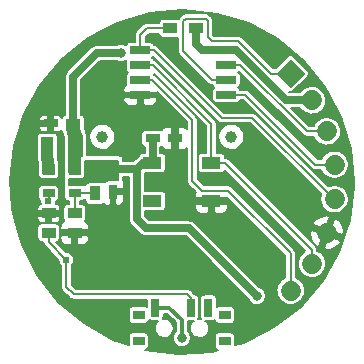
<source format=gtl>
G04 #@! TF.FileFunction,Copper,L1,Top,Signal*
%FSLAX46Y46*%
G04 Gerber Fmt 4.6, Leading zero omitted, Abs format (unit mm)*
G04 Created by KiCad (PCBNEW 4.0.7-e2-6376~58~ubuntu16.04.1) date Fri Nov 23 22:20:00 2018*
%MOMM*%
%LPD*%
G01*
G04 APERTURE LIST*
%ADD10C,0.100000*%
%ADD11R,1.000000X1.500000*%
%ADD12C,1.000000*%
%ADD13C,1.700000*%
%ADD14R,1.200000X0.750000*%
%ADD15R,0.750000X1.200000*%
%ADD16R,1.600000X1.000000*%
%ADD17R,1.200000X0.900000*%
%ADD18R,0.900000X1.200000*%
%ADD19R,1.060000X0.650000*%
%ADD20R,0.700000X1.500000*%
%ADD21R,1.000000X0.800000*%
%ADD22R,1.700000X0.650000*%
%ADD23C,0.812800*%
%ADD24C,0.609600*%
%ADD25C,0.635000*%
%ADD26C,0.304800*%
%ADD27C,0.203200*%
G04 APERTURE END LIST*
D10*
D11*
X6076000Y-11938000D03*
X3576000Y-11938000D03*
D12*
X19177000Y-11176000D03*
D10*
G36*
X24192388Y-7009694D02*
X22990306Y-5807612D01*
X24192388Y-4605530D01*
X25394470Y-5807612D01*
X24192388Y-7009694D01*
X24192388Y-7009694D01*
G37*
D13*
X26006552Y-8082211D02*
X26006552Y-8082211D01*
X27269412Y-10703313D02*
X27269412Y-10703313D01*
X27917714Y-13539631D02*
X27917714Y-13539631D01*
X27918983Y-16449096D02*
X27918983Y-16449096D01*
X27273157Y-19285979D02*
X27273157Y-19285979D01*
X26012586Y-21908182D02*
X26012586Y-21908182D01*
X24200407Y-24184362D02*
X24200407Y-24184362D01*
D14*
X5776000Y-10033000D03*
X3876000Y-10033000D03*
D15*
X9144000Y-13909000D03*
X9144000Y-15809000D03*
D16*
X17500000Y-16600000D03*
X17500000Y-13400000D03*
X12500000Y-16600000D03*
X12500000Y-13400000D03*
D17*
X3726000Y-19304000D03*
X5926000Y-19304000D03*
D18*
X7620000Y-13759000D03*
X7620000Y-15959000D03*
D17*
X5926000Y-17653000D03*
X3726000Y-17653000D03*
X16213000Y-1968500D03*
X14013000Y-1968500D03*
D19*
X3726000Y-14036000D03*
X3726000Y-14986000D03*
X3726000Y-15936000D03*
X5926000Y-15936000D03*
X5926000Y-14036000D03*
X5926000Y-14986000D03*
D20*
X12736000Y-25621000D03*
X15736000Y-25621000D03*
X17236000Y-25621000D03*
D21*
X11336000Y-28481000D03*
X18636000Y-28481000D03*
X18636000Y-26271000D03*
X11336000Y-26271000D03*
D14*
X12512000Y-11303000D03*
X14412000Y-11303000D03*
D12*
X8255000Y-11176000D03*
D22*
X11463000Y-3810000D03*
X11463000Y-5080000D03*
X11463000Y-6350000D03*
X11463000Y-7620000D03*
X18763000Y-7620000D03*
X18763000Y-6350000D03*
X18763000Y-5080000D03*
X18763000Y-3810000D03*
D23*
X9842500Y-4064000D03*
X14986000Y-28194000D03*
X1143000Y-17018000D03*
X1143000Y-16002000D03*
X1143000Y-12954000D03*
X1143000Y-13970000D03*
X1143000Y-14986000D03*
X2159000Y-18034000D03*
X2159000Y-17018000D03*
X2159000Y-16002000D03*
X2159000Y-11938000D03*
X2159000Y-12954000D03*
X2159000Y-13970000D03*
X2159000Y-14986000D03*
X15000000Y-15000000D03*
X21336000Y-24638000D03*
D24*
X5207000Y-21590000D03*
X3683000Y-16637000D03*
D25*
X7806306Y-4064000D02*
X9842500Y-4064000D01*
X5776000Y-6094306D02*
X5776000Y-10033000D01*
D26*
X14986000Y-26670000D02*
X14986000Y-28194000D01*
X13937000Y-25621000D02*
X14986000Y-26670000D01*
X12736000Y-25621000D02*
X13937000Y-25621000D01*
D25*
X7806306Y-4064000D02*
X5776000Y-6094306D01*
D26*
X1143000Y-16002000D02*
X1143000Y-17018000D01*
X1143000Y-14986000D02*
X1143000Y-16002000D01*
X1143000Y-13970000D02*
X1143000Y-12954000D01*
X1143000Y-14986000D02*
X1143000Y-13970000D01*
X2159000Y-14986000D02*
X1143000Y-14986000D01*
X2159000Y-14986000D02*
X3726000Y-14986000D01*
X2178572Y-14986000D02*
X2163831Y-14971259D01*
X2159000Y-17018000D02*
X2159000Y-18034000D01*
X2159000Y-16002000D02*
X2159000Y-17018000D01*
X2159000Y-14986000D02*
X2159000Y-16002000D01*
X2159000Y-12954000D02*
X2159000Y-11938000D01*
X2159000Y-13970000D02*
X2159000Y-12954000D01*
X2159000Y-14986000D02*
X2159000Y-13970000D01*
X17500000Y-16600000D02*
X15819090Y-16600000D01*
X15819090Y-16600000D02*
X15000000Y-15780910D01*
X15000000Y-15780910D02*
X15000000Y-15000000D01*
D25*
X16213000Y-1968500D02*
X16213000Y-3310758D01*
X16213000Y-3310758D02*
X16712242Y-3810000D01*
X16712242Y-3810000D02*
X18763000Y-3810000D01*
X11163297Y-13903020D02*
X11163297Y-18129060D01*
X11163297Y-18129060D02*
X11957237Y-18923000D01*
X11957237Y-18923000D02*
X15621000Y-18923000D01*
X15621000Y-18923000D02*
X21336000Y-24638000D01*
X12500000Y-13400000D02*
X11666317Y-13400000D01*
X11666317Y-13400000D02*
X11163297Y-13903020D01*
X19576942Y-3810000D02*
X23849153Y-8082211D01*
X23849153Y-8082211D02*
X26006552Y-8082211D01*
X9144000Y-13909000D02*
X11157317Y-13909000D01*
D26*
X11157317Y-13909000D02*
X11163297Y-13903020D01*
D25*
X12512000Y-11303000D02*
X12512000Y-13388000D01*
D26*
X12512000Y-13388000D02*
X12500000Y-13400000D01*
D27*
X11463000Y-5080000D02*
X12510509Y-5080000D01*
X12510509Y-5080000D02*
X17500000Y-10069491D01*
X17500000Y-10069491D02*
X17500000Y-13400000D01*
X17500000Y-13400000D02*
X18658693Y-13400000D01*
X18658693Y-13400000D02*
X26012586Y-20753893D01*
X26012586Y-20753893D02*
X26012586Y-21908182D01*
X15736000Y-25621000D02*
X15736000Y-24811127D01*
X15736000Y-24811127D02*
X15417008Y-24492135D01*
X15417008Y-24492135D02*
X5823135Y-24492135D01*
X5823135Y-24492135D02*
X5207000Y-23876000D01*
X5207000Y-23876000D02*
X5207000Y-21590000D01*
X3726000Y-19304000D02*
X3726000Y-20109000D01*
X3726000Y-20109000D02*
X5207000Y-21590000D01*
X3726000Y-19177000D02*
X3937000Y-19177000D01*
X3726000Y-15936000D02*
X3726000Y-16594000D01*
X3726000Y-16594000D02*
X3683000Y-16637000D01*
X5926000Y-15936000D02*
X7851000Y-15936000D01*
X7851000Y-15936000D02*
X7874000Y-15959000D01*
X5926000Y-17653000D02*
X5926000Y-15936000D01*
X7597000Y-15936000D02*
X7620000Y-15959000D01*
X11463000Y-3810000D02*
X12597919Y-3810000D01*
X12597919Y-3810000D02*
X18363846Y-9575927D01*
X18363846Y-9575927D02*
X20971936Y-9575927D01*
X20971936Y-9575927D02*
X27845105Y-16449096D01*
X27845105Y-16449096D02*
X27918983Y-16449096D01*
X14013000Y-1968500D02*
X12001500Y-1968500D01*
X12001500Y-1968500D02*
X11463000Y-2507000D01*
X11463000Y-2507000D02*
X11463000Y-3810000D01*
X11463000Y-6350000D02*
X12485271Y-6350000D01*
X16718580Y-15735057D02*
X18908505Y-15735057D01*
X12485271Y-6350000D02*
X15875000Y-9739729D01*
X15875000Y-9739729D02*
X15875000Y-14891477D01*
X15875000Y-14891477D02*
X16718580Y-15735057D01*
X18908505Y-15735057D02*
X24200407Y-21026959D01*
X24200407Y-21026959D02*
X24200407Y-24184362D01*
X20374789Y-7620000D02*
X18763000Y-7620000D01*
X20374789Y-7620000D02*
X26294420Y-13539631D01*
X26294420Y-13539631D02*
X27917714Y-13539631D01*
X18763000Y-6350000D02*
X17556197Y-6350000D01*
X17556197Y-6350000D02*
X15113000Y-3906803D01*
X15113000Y-3906803D02*
X15113000Y-1397000D01*
X15113000Y-1397000D02*
X15351231Y-1158769D01*
X15351231Y-1158769D02*
X17001593Y-1158769D01*
X17001593Y-1158769D02*
X17187003Y-1344179D01*
X17187003Y-1344179D02*
X17187003Y-2728896D01*
X17187003Y-2728896D02*
X17515392Y-3057285D01*
X17515392Y-3057285D02*
X19783975Y-3057285D01*
X19783975Y-3057285D02*
X22534302Y-5807612D01*
X22534302Y-5807612D02*
X24192388Y-5807612D01*
X18763000Y-5080000D02*
X19935493Y-5080000D01*
X19935493Y-5080000D02*
X25558806Y-10703313D01*
X25558806Y-10703313D02*
X27269412Y-10703313D01*
G36*
X17929585Y-728176D02*
X20645870Y-1569007D01*
X23147105Y-2921420D01*
X25338020Y-4733902D01*
X27135163Y-6937417D01*
X28470081Y-9448033D01*
X29291928Y-12170122D01*
X29569400Y-15000000D01*
X29563720Y-15406802D01*
X29207341Y-18227829D01*
X28309809Y-20925909D01*
X26905311Y-23398273D01*
X25047343Y-25550750D01*
X22806675Y-27301351D01*
X20268653Y-28583398D01*
X19493320Y-28799875D01*
X19493320Y-28081000D01*
X19488804Y-28024372D01*
X19459060Y-27928325D01*
X19403736Y-27844367D01*
X19327212Y-27779146D01*
X19235547Y-27737827D01*
X19136000Y-27723680D01*
X18136000Y-27723680D01*
X18079372Y-27728196D01*
X17983325Y-27757940D01*
X17899367Y-27813264D01*
X17834146Y-27889788D01*
X17792827Y-27981453D01*
X17778680Y-28081000D01*
X17778680Y-28881000D01*
X17783196Y-28937628D01*
X17812940Y-29033675D01*
X17868264Y-29117633D01*
X17944788Y-29182854D01*
X18012434Y-29213346D01*
X17529950Y-29348058D01*
X14694882Y-29566205D01*
X11896703Y-29232542D01*
X11988675Y-29204060D01*
X12072633Y-29148736D01*
X12137854Y-29072212D01*
X12179173Y-28980547D01*
X12193320Y-28881000D01*
X12193320Y-28081000D01*
X12188804Y-28024372D01*
X12159060Y-27928325D01*
X12103736Y-27844367D01*
X12027212Y-27779146D01*
X11935547Y-27737827D01*
X11836000Y-27723680D01*
X10836000Y-27723680D01*
X10779372Y-27728196D01*
X10683325Y-27757940D01*
X10599367Y-27813264D01*
X10534146Y-27889788D01*
X10492827Y-27981453D01*
X10478680Y-28081000D01*
X10478680Y-28776995D01*
X9167155Y-28350855D01*
X6685046Y-26963651D01*
X4519651Y-25120756D01*
X2753449Y-22892364D01*
X1453714Y-20363354D01*
X1020915Y-18854000D01*
X2768680Y-18854000D01*
X2768680Y-19754000D01*
X2773196Y-19810628D01*
X2802940Y-19906675D01*
X2858264Y-19990633D01*
X2934788Y-20055854D01*
X3026453Y-20097173D01*
X3126000Y-20111320D01*
X3269027Y-20111320D01*
X3272922Y-20151043D01*
X3276602Y-20193103D01*
X3277272Y-20195410D01*
X3277507Y-20197804D01*
X3289704Y-20238200D01*
X3301496Y-20278790D01*
X3302605Y-20280929D01*
X3303298Y-20283225D01*
X3323115Y-20320496D01*
X3342560Y-20358009D01*
X3344058Y-20359885D01*
X3345188Y-20362011D01*
X3371917Y-20394784D01*
X3398228Y-20427743D01*
X3401523Y-20431085D01*
X3401584Y-20431159D01*
X3401653Y-20431216D01*
X3402711Y-20432289D01*
X4546699Y-21576277D01*
X4545732Y-21645528D01*
X4569112Y-21772912D01*
X4616788Y-21893328D01*
X4686945Y-22002191D01*
X4749800Y-22067279D01*
X4749800Y-23876000D01*
X4753922Y-23918043D01*
X4757602Y-23960103D01*
X4758272Y-23962410D01*
X4758507Y-23964804D01*
X4770704Y-24005200D01*
X4782496Y-24045790D01*
X4783605Y-24047929D01*
X4784298Y-24050225D01*
X4804115Y-24087496D01*
X4823560Y-24125009D01*
X4825058Y-24126885D01*
X4826188Y-24129011D01*
X4852917Y-24161784D01*
X4879228Y-24194743D01*
X4882523Y-24198085D01*
X4882584Y-24198159D01*
X4882653Y-24198216D01*
X4883711Y-24199289D01*
X5499845Y-24815424D01*
X5532499Y-24842246D01*
X5564832Y-24869377D01*
X5566938Y-24870535D01*
X5568796Y-24872061D01*
X5605991Y-24892005D01*
X5643025Y-24912364D01*
X5645320Y-24913092D01*
X5647435Y-24914226D01*
X5687791Y-24926564D01*
X5728078Y-24939344D01*
X5730466Y-24939612D01*
X5732766Y-24940315D01*
X5774798Y-24944584D01*
X5816751Y-24949290D01*
X5821452Y-24949323D01*
X5821539Y-24949332D01*
X5821620Y-24949324D01*
X5823135Y-24949335D01*
X12028680Y-24949335D01*
X12028680Y-25570397D01*
X12027212Y-25569146D01*
X11935547Y-25527827D01*
X11836000Y-25513680D01*
X10836000Y-25513680D01*
X10779372Y-25518196D01*
X10683325Y-25547940D01*
X10599367Y-25603264D01*
X10534146Y-25679788D01*
X10492827Y-25771453D01*
X10478680Y-25871000D01*
X10478680Y-26671000D01*
X10483196Y-26727628D01*
X10512940Y-26823675D01*
X10568264Y-26907633D01*
X10644788Y-26972854D01*
X10736453Y-27014173D01*
X10836000Y-27028320D01*
X11836000Y-27028320D01*
X11892628Y-27023804D01*
X11988675Y-26994060D01*
X12072633Y-26938736D01*
X12137854Y-26862212D01*
X12179173Y-26770547D01*
X12193244Y-26671538D01*
X12194788Y-26672854D01*
X12286453Y-26714173D01*
X12386000Y-26728320D01*
X13012090Y-26728320D01*
X12978765Y-26750127D01*
X12865889Y-26860665D01*
X12776631Y-26991021D01*
X12714394Y-27136232D01*
X12681547Y-27290766D01*
X12679341Y-27448737D01*
X12707861Y-27604128D01*
X12766019Y-27751020D01*
X12851602Y-27883818D01*
X12961348Y-27997464D01*
X13091079Y-28087629D01*
X13235851Y-28150878D01*
X13390152Y-28184804D01*
X13548104Y-28188112D01*
X13703690Y-28160678D01*
X13850984Y-28103546D01*
X13984377Y-28018893D01*
X14098786Y-27909943D01*
X14189854Y-27780845D01*
X14254113Y-27636517D01*
X14289115Y-27482457D01*
X14291635Y-27302007D01*
X14260948Y-27147029D01*
X14200744Y-27000964D01*
X14113316Y-26869374D01*
X14001993Y-26757271D01*
X13871017Y-26668926D01*
X13725375Y-26607704D01*
X13570616Y-26575937D01*
X13412633Y-26574834D01*
X13370197Y-26582929D01*
X13387854Y-26562212D01*
X13429173Y-26470547D01*
X13443320Y-26371000D01*
X13443320Y-26129000D01*
X13726580Y-26129000D01*
X14478000Y-26880420D01*
X14478000Y-27624904D01*
X14399450Y-27701826D01*
X14315023Y-27825127D01*
X14256154Y-27962479D01*
X14225085Y-28108650D01*
X14222998Y-28258071D01*
X14249974Y-28405052D01*
X14304985Y-28543994D01*
X14385936Y-28669605D01*
X14489743Y-28777100D01*
X14612452Y-28862385D01*
X14749390Y-28922212D01*
X14895340Y-28954301D01*
X15044743Y-28957430D01*
X15191908Y-28931481D01*
X15331231Y-28877441D01*
X15457404Y-28797370D01*
X15565621Y-28694316D01*
X15651761Y-28572205D01*
X15712542Y-28435688D01*
X15745649Y-28289966D01*
X15748033Y-28119282D01*
X15719007Y-27972692D01*
X15662061Y-27834532D01*
X15579365Y-27710063D01*
X15494000Y-27624101D01*
X15494000Y-26728320D01*
X16012090Y-26728320D01*
X15978765Y-26750127D01*
X15865889Y-26860665D01*
X15776631Y-26991021D01*
X15714394Y-27136232D01*
X15681547Y-27290766D01*
X15679341Y-27448737D01*
X15707861Y-27604128D01*
X15766019Y-27751020D01*
X15851602Y-27883818D01*
X15961348Y-27997464D01*
X16091079Y-28087629D01*
X16235851Y-28150878D01*
X16390152Y-28184804D01*
X16548104Y-28188112D01*
X16703690Y-28160678D01*
X16850984Y-28103546D01*
X16984377Y-28018893D01*
X17098786Y-27909943D01*
X17189854Y-27780845D01*
X17254113Y-27636517D01*
X17289115Y-27482457D01*
X17291635Y-27302007D01*
X17260948Y-27147029D01*
X17200744Y-27000964D01*
X17113316Y-26869374D01*
X17001993Y-26757271D01*
X16959072Y-26728320D01*
X17586000Y-26728320D01*
X17642628Y-26723804D01*
X17738675Y-26694060D01*
X17778680Y-26667699D01*
X17778680Y-26671000D01*
X17783196Y-26727628D01*
X17812940Y-26823675D01*
X17868264Y-26907633D01*
X17944788Y-26972854D01*
X18036453Y-27014173D01*
X18136000Y-27028320D01*
X19136000Y-27028320D01*
X19192628Y-27023804D01*
X19288675Y-26994060D01*
X19372633Y-26938736D01*
X19437854Y-26862212D01*
X19479173Y-26770547D01*
X19493320Y-26671000D01*
X19493320Y-25871000D01*
X19488804Y-25814372D01*
X19459060Y-25718325D01*
X19403736Y-25634367D01*
X19327212Y-25569146D01*
X19235547Y-25527827D01*
X19136000Y-25513680D01*
X18136000Y-25513680D01*
X18079372Y-25518196D01*
X17983325Y-25547940D01*
X17943320Y-25574301D01*
X17943320Y-24871000D01*
X17938804Y-24814372D01*
X17909060Y-24718325D01*
X17853736Y-24634367D01*
X17777212Y-24569146D01*
X17685547Y-24527827D01*
X17586000Y-24513680D01*
X16886000Y-24513680D01*
X16829372Y-24518196D01*
X16733325Y-24547940D01*
X16649367Y-24603264D01*
X16584146Y-24679788D01*
X16542827Y-24771453D01*
X16528680Y-24871000D01*
X16528680Y-26371000D01*
X16533196Y-26427628D01*
X16562940Y-26523675D01*
X16601564Y-26582290D01*
X16570616Y-26575937D01*
X16412633Y-26574834D01*
X16370197Y-26582929D01*
X16387854Y-26562212D01*
X16429173Y-26470547D01*
X16443320Y-26371000D01*
X16443320Y-24871000D01*
X16438804Y-24814372D01*
X16409060Y-24718325D01*
X16353736Y-24634367D01*
X16277212Y-24569146D01*
X16185547Y-24527827D01*
X16086000Y-24513680D01*
X16080772Y-24513680D01*
X16063772Y-24492384D01*
X16060477Y-24489042D01*
X16060416Y-24488968D01*
X16060347Y-24488911D01*
X16059289Y-24487838D01*
X15740297Y-24168846D01*
X15707669Y-24142044D01*
X15675311Y-24114893D01*
X15673205Y-24113735D01*
X15671347Y-24112209D01*
X15634152Y-24092265D01*
X15597118Y-24071906D01*
X15594823Y-24071178D01*
X15592708Y-24070044D01*
X15552311Y-24057693D01*
X15512065Y-24044926D01*
X15509682Y-24044659D01*
X15507377Y-24043954D01*
X15465251Y-24039675D01*
X15423392Y-24034980D01*
X15418702Y-24034947D01*
X15418604Y-24034937D01*
X15418513Y-24034946D01*
X15417008Y-24034935D01*
X6012514Y-24034935D01*
X5664200Y-23686622D01*
X5664200Y-22066591D01*
X5709338Y-22023607D01*
X5783992Y-21917777D01*
X5836669Y-21799463D01*
X5865362Y-21673171D01*
X5867428Y-21525244D01*
X5842272Y-21398200D01*
X5792920Y-21278461D01*
X5721249Y-21170589D01*
X5629991Y-21078691D01*
X5522622Y-21006270D01*
X5403230Y-20956082D01*
X5276365Y-20930040D01*
X5193036Y-20929458D01*
X4371286Y-20107708D01*
X4382628Y-20106804D01*
X4478675Y-20077060D01*
X4562633Y-20021736D01*
X4627854Y-19945212D01*
X4669173Y-19853547D01*
X4683320Y-19754000D01*
X4683320Y-19672300D01*
X4716400Y-19672300D01*
X4716400Y-19814041D01*
X4739827Y-19931814D01*
X4785780Y-20042754D01*
X4852493Y-20142598D01*
X4937403Y-20227507D01*
X5037246Y-20294221D01*
X5148187Y-20340173D01*
X5265960Y-20363600D01*
X5557700Y-20363600D01*
X5710100Y-20211200D01*
X5710100Y-19519900D01*
X6141900Y-19519900D01*
X6141900Y-20211200D01*
X6294300Y-20363600D01*
X6586040Y-20363600D01*
X6703813Y-20340173D01*
X6814754Y-20294221D01*
X6914597Y-20227507D01*
X6999507Y-20142598D01*
X7066220Y-20042754D01*
X7112173Y-19931814D01*
X7135600Y-19814041D01*
X7135600Y-19672300D01*
X6983200Y-19519900D01*
X6141900Y-19519900D01*
X5710100Y-19519900D01*
X4868800Y-19519900D01*
X4716400Y-19672300D01*
X4683320Y-19672300D01*
X4683320Y-18854000D01*
X4678804Y-18797372D01*
X4649060Y-18701325D01*
X4593736Y-18617367D01*
X4517212Y-18552146D01*
X4425547Y-18510827D01*
X4326000Y-18496680D01*
X3126000Y-18496680D01*
X3069372Y-18501196D01*
X2973325Y-18530940D01*
X2889367Y-18586264D01*
X2824146Y-18662788D01*
X2782827Y-18754453D01*
X2768680Y-18854000D01*
X1020915Y-18854000D01*
X763934Y-17957800D01*
X2770400Y-17957800D01*
X2770400Y-18138023D01*
X2784065Y-18206724D01*
X2810871Y-18271439D01*
X2849787Y-18329681D01*
X2899318Y-18379212D01*
X2957560Y-18418128D01*
X3022275Y-18444934D01*
X3090976Y-18458600D01*
X3421200Y-18458600D01*
X3510100Y-18369700D01*
X3510100Y-17868900D01*
X3941900Y-17868900D01*
X3941900Y-18369700D01*
X4030800Y-18458600D01*
X4361024Y-18458600D01*
X4429725Y-18444934D01*
X4494440Y-18418128D01*
X4552682Y-18379212D01*
X4602213Y-18329681D01*
X4641129Y-18271439D01*
X4667935Y-18206724D01*
X4681600Y-18138023D01*
X4681600Y-17957800D01*
X4592700Y-17868900D01*
X3941900Y-17868900D01*
X3510100Y-17868900D01*
X2859300Y-17868900D01*
X2770400Y-17957800D01*
X763934Y-17957800D01*
X669954Y-17630056D01*
X631153Y-17167977D01*
X2770400Y-17167977D01*
X2770400Y-17348200D01*
X2859300Y-17437100D01*
X3510100Y-17437100D01*
X3510100Y-17417100D01*
X3941900Y-17417100D01*
X3941900Y-17437100D01*
X4592700Y-17437100D01*
X4681600Y-17348200D01*
X4681600Y-17167977D01*
X4667935Y-17099276D01*
X4641129Y-17034561D01*
X4602213Y-16976319D01*
X4552682Y-16926788D01*
X4494440Y-16887872D01*
X4429725Y-16861066D01*
X4361024Y-16847400D01*
X4312252Y-16847400D01*
X4312669Y-16846463D01*
X4341362Y-16720171D01*
X4342979Y-16604405D01*
X4408675Y-16584060D01*
X4492633Y-16528736D01*
X4557854Y-16452212D01*
X4599173Y-16360547D01*
X4613320Y-16261000D01*
X4613320Y-15611000D01*
X4608804Y-15554372D01*
X4579060Y-15458325D01*
X4523736Y-15374367D01*
X4447212Y-15309146D01*
X4355547Y-15267827D01*
X4256000Y-15253680D01*
X3196000Y-15253680D01*
X3139372Y-15258196D01*
X3043325Y-15287940D01*
X2959367Y-15343264D01*
X2894146Y-15419788D01*
X2852827Y-15511453D01*
X2838680Y-15611000D01*
X2838680Y-16261000D01*
X2843196Y-16317628D01*
X2872940Y-16413675D01*
X2928264Y-16497633D01*
X3004788Y-16562854D01*
X3023426Y-16571255D01*
X3021732Y-16692528D01*
X3045112Y-16819912D01*
X3058549Y-16853850D01*
X3022275Y-16861066D01*
X2957560Y-16887872D01*
X2899318Y-16926788D01*
X2849787Y-16976319D01*
X2810871Y-17034561D01*
X2784065Y-17099276D01*
X2770400Y-17167977D01*
X631153Y-17167977D01*
X432020Y-14796579D01*
X748976Y-11970851D01*
X1001117Y-11176000D01*
X2692400Y-11176000D01*
X2692400Y-12700000D01*
X2695146Y-12744107D01*
X2819400Y-13738139D01*
X2819400Y-14351000D01*
X2843719Y-14480245D01*
X2920103Y-14598950D01*
X2969045Y-14632390D01*
X3004788Y-14662854D01*
X3030773Y-14674567D01*
X3036652Y-14678584D01*
X3042158Y-14679699D01*
X3096453Y-14704173D01*
X3196000Y-14718320D01*
X4256000Y-14718320D01*
X4312628Y-14713804D01*
X4408675Y-14684060D01*
X4492633Y-14628736D01*
X4557854Y-14552212D01*
X4599173Y-14460547D01*
X4613320Y-14361000D01*
X4613320Y-13711000D01*
X4608804Y-13654372D01*
X4602700Y-13634662D01*
X4483100Y-12677861D01*
X4483100Y-11176000D01*
X4458781Y-11046755D01*
X4382397Y-10928050D01*
X4265848Y-10848416D01*
X4127500Y-10820400D01*
X3048000Y-10820400D01*
X2918755Y-10844719D01*
X2800050Y-10921103D01*
X2720416Y-11037652D01*
X2692400Y-11176000D01*
X1001117Y-11176000D01*
X1276019Y-10309400D01*
X2920400Y-10309400D01*
X2920400Y-10443023D01*
X2934065Y-10511724D01*
X2960871Y-10576439D01*
X2999787Y-10634681D01*
X3049318Y-10684212D01*
X3107560Y-10723128D01*
X3172275Y-10749934D01*
X3240976Y-10763600D01*
X3571200Y-10763600D01*
X3660100Y-10674700D01*
X3660100Y-10220500D01*
X3009300Y-10220500D01*
X2920400Y-10309400D01*
X1276019Y-10309400D01*
X1493766Y-9622977D01*
X2920400Y-9622977D01*
X2920400Y-9756600D01*
X3009300Y-9845500D01*
X3660100Y-9845500D01*
X3660100Y-9391300D01*
X4091900Y-9391300D01*
X4091900Y-9845500D01*
X4111900Y-9845500D01*
X4111900Y-10220500D01*
X4091900Y-10220500D01*
X4091900Y-10674700D01*
X4180800Y-10763600D01*
X4511024Y-10763600D01*
X4579725Y-10749934D01*
X4644440Y-10723128D01*
X4702682Y-10684212D01*
X4752213Y-10634681D01*
X4791129Y-10576439D01*
X4798701Y-10558158D01*
X4800430Y-10571065D01*
X4978400Y-11223622D01*
X4978400Y-14351000D01*
X4990787Y-14416831D01*
X4978400Y-14478000D01*
X4978400Y-15367000D01*
X5002719Y-15496245D01*
X5045533Y-15562780D01*
X5038680Y-15611000D01*
X5038680Y-16261000D01*
X5043196Y-16317628D01*
X5072940Y-16413675D01*
X5128264Y-16497633D01*
X5204788Y-16562854D01*
X5296453Y-16604173D01*
X5396000Y-16618320D01*
X5468800Y-16618320D01*
X5468800Y-16845680D01*
X5326000Y-16845680D01*
X5269372Y-16850196D01*
X5173325Y-16879940D01*
X5089367Y-16935264D01*
X5024146Y-17011788D01*
X4982827Y-17103453D01*
X4968680Y-17203000D01*
X4968680Y-18103000D01*
X4973196Y-18159628D01*
X5002940Y-18255675D01*
X5040374Y-18312483D01*
X5037246Y-18313779D01*
X4937403Y-18380493D01*
X4852493Y-18465402D01*
X4785780Y-18565246D01*
X4739827Y-18676186D01*
X4716400Y-18793959D01*
X4716400Y-18935700D01*
X4868800Y-19088100D01*
X5710100Y-19088100D01*
X5710100Y-19068100D01*
X6141900Y-19068100D01*
X6141900Y-19088100D01*
X6983200Y-19088100D01*
X7135600Y-18935700D01*
X7135600Y-18793959D01*
X7112173Y-18676186D01*
X7066220Y-18565246D01*
X6999507Y-18465402D01*
X6914597Y-18380493D01*
X6814754Y-18313779D01*
X6812110Y-18312684D01*
X6827854Y-18294212D01*
X6869173Y-18202547D01*
X6883320Y-18103000D01*
X6883320Y-17203000D01*
X6878804Y-17146372D01*
X6849060Y-17050325D01*
X6793736Y-16966367D01*
X6717212Y-16901146D01*
X6625547Y-16859827D01*
X6526000Y-16845680D01*
X6383200Y-16845680D01*
X6383200Y-16618320D01*
X6456000Y-16618320D01*
X6512628Y-16613804D01*
X6608675Y-16584060D01*
X6692633Y-16528736D01*
X6757854Y-16452212D01*
X6784454Y-16393200D01*
X6812680Y-16393200D01*
X6812680Y-16559000D01*
X6817196Y-16615628D01*
X6846940Y-16711675D01*
X6902264Y-16795633D01*
X6978788Y-16860854D01*
X7070453Y-16902173D01*
X7170000Y-16916320D01*
X8070000Y-16916320D01*
X8126628Y-16911804D01*
X8222675Y-16882060D01*
X8306633Y-16826736D01*
X8314915Y-16817019D01*
X8380402Y-16882507D01*
X8480246Y-16949220D01*
X8591186Y-16995173D01*
X8708959Y-17018600D01*
X8804100Y-17018600D01*
X8956500Y-16866200D01*
X8956500Y-16024900D01*
X9331500Y-16024900D01*
X9331500Y-16866200D01*
X9483900Y-17018600D01*
X9579041Y-17018600D01*
X9696814Y-16995173D01*
X9807754Y-16949220D01*
X9907598Y-16882507D01*
X9992507Y-16797597D01*
X10059221Y-16697754D01*
X10105173Y-16586813D01*
X10128600Y-16469040D01*
X10128600Y-16177300D01*
X9976200Y-16024900D01*
X9331500Y-16024900D01*
X8956500Y-16024900D01*
X8908100Y-16024900D01*
X8908100Y-15593100D01*
X8956500Y-15593100D01*
X8956500Y-15573100D01*
X9331500Y-15573100D01*
X9331500Y-15593100D01*
X9976200Y-15593100D01*
X10128600Y-15440700D01*
X10128600Y-15148960D01*
X10105173Y-15031187D01*
X10059221Y-14920246D01*
X10007600Y-14842991D01*
X10007600Y-14582100D01*
X10490197Y-14582100D01*
X10490197Y-18129060D01*
X10496264Y-18190936D01*
X10501683Y-18252878D01*
X10502671Y-18256278D01*
X10503016Y-18259799D01*
X10520979Y-18319294D01*
X10538333Y-18379028D01*
X10539963Y-18382172D01*
X10540985Y-18385558D01*
X10570159Y-18440426D01*
X10598788Y-18495657D01*
X10600997Y-18498424D01*
X10602658Y-18501548D01*
X10641949Y-18549723D01*
X10680745Y-18598322D01*
X10685607Y-18603253D01*
X10685685Y-18603349D01*
X10685774Y-18603423D01*
X10687343Y-18605014D01*
X11481284Y-19398954D01*
X11529351Y-19438437D01*
X11576958Y-19478384D01*
X11580057Y-19480087D01*
X11582794Y-19482336D01*
X11637624Y-19511736D01*
X11692075Y-19541670D01*
X11695448Y-19542740D01*
X11698568Y-19544413D01*
X11758067Y-19562604D01*
X11817292Y-19581391D01*
X11820806Y-19581785D01*
X11824194Y-19582821D01*
X11886108Y-19589110D01*
X11947839Y-19596034D01*
X11954755Y-19596083D01*
X11954887Y-19596096D01*
X11955010Y-19596084D01*
X11957237Y-19596100D01*
X15342192Y-19596100D01*
X20603139Y-24857046D01*
X20654985Y-24987994D01*
X20735936Y-25113605D01*
X20839743Y-25221100D01*
X20962452Y-25306385D01*
X21099390Y-25366212D01*
X21245340Y-25398301D01*
X21394743Y-25401430D01*
X21541908Y-25375481D01*
X21681231Y-25321441D01*
X21807404Y-25241370D01*
X21915621Y-25138316D01*
X22001761Y-25016205D01*
X22062542Y-24879688D01*
X22095649Y-24733966D01*
X22098033Y-24563282D01*
X22069007Y-24416692D01*
X22012061Y-24278532D01*
X21929365Y-24154063D01*
X21824067Y-24048028D01*
X21700179Y-23964465D01*
X21562420Y-23906556D01*
X21554924Y-23905017D01*
X16096954Y-18447046D01*
X16048862Y-18407543D01*
X16001279Y-18367616D01*
X15998180Y-18365913D01*
X15995443Y-18363664D01*
X15940594Y-18334254D01*
X15886162Y-18304330D01*
X15882792Y-18303261D01*
X15879670Y-18301587D01*
X15820198Y-18283405D01*
X15760945Y-18264609D01*
X15757426Y-18264214D01*
X15754043Y-18263180D01*
X15692179Y-18256896D01*
X15630398Y-18249966D01*
X15623482Y-18249917D01*
X15623350Y-18249904D01*
X15623227Y-18249916D01*
X15621000Y-18249900D01*
X12236044Y-18249900D01*
X11836397Y-17850252D01*
X11836397Y-17457320D01*
X13300000Y-17457320D01*
X13356628Y-17452804D01*
X13452675Y-17423060D01*
X13536633Y-17367736D01*
X13601854Y-17291212D01*
X13643173Y-17199547D01*
X13657320Y-17100000D01*
X13657320Y-16968300D01*
X16090400Y-16968300D01*
X16090400Y-17160041D01*
X16113827Y-17277814D01*
X16159780Y-17388754D01*
X16226493Y-17488598D01*
X16311403Y-17573507D01*
X16411246Y-17640221D01*
X16522187Y-17686173D01*
X16639960Y-17709600D01*
X17131700Y-17709600D01*
X17284100Y-17557200D01*
X17284100Y-16815900D01*
X17715900Y-16815900D01*
X17715900Y-17557200D01*
X17868300Y-17709600D01*
X18360040Y-17709600D01*
X18477813Y-17686173D01*
X18588754Y-17640221D01*
X18688597Y-17573507D01*
X18773507Y-17488598D01*
X18840220Y-17388754D01*
X18886173Y-17277814D01*
X18909600Y-17160041D01*
X18909600Y-16968300D01*
X18757200Y-16815900D01*
X17715900Y-16815900D01*
X17284100Y-16815900D01*
X16242800Y-16815900D01*
X16090400Y-16968300D01*
X13657320Y-16968300D01*
X13657320Y-16100000D01*
X13652804Y-16043372D01*
X13623060Y-15947325D01*
X13567736Y-15863367D01*
X13491212Y-15798146D01*
X13399547Y-15756827D01*
X13300000Y-15742680D01*
X11836397Y-15742680D01*
X11836397Y-14257320D01*
X13300000Y-14257320D01*
X13356628Y-14252804D01*
X13452675Y-14223060D01*
X13536633Y-14167736D01*
X13601854Y-14091212D01*
X13643173Y-13999547D01*
X13657320Y-13900000D01*
X13657320Y-12900000D01*
X13652804Y-12843372D01*
X13623060Y-12747325D01*
X13567736Y-12663367D01*
X13491212Y-12598146D01*
X13399547Y-12556827D01*
X13300000Y-12542680D01*
X13185100Y-12542680D01*
X13185100Y-12025703D01*
X13264675Y-12001060D01*
X13285523Y-11987322D01*
X13338493Y-12066598D01*
X13423403Y-12151507D01*
X13523246Y-12218221D01*
X13634187Y-12264173D01*
X13751960Y-12287600D01*
X14043700Y-12287600D01*
X14196100Y-12135200D01*
X14196100Y-11490500D01*
X14176100Y-11490500D01*
X14176100Y-11115500D01*
X14196100Y-11115500D01*
X14196100Y-10470800D01*
X14043700Y-10318400D01*
X13751960Y-10318400D01*
X13634187Y-10341827D01*
X13523246Y-10387779D01*
X13423403Y-10454493D01*
X13338493Y-10539402D01*
X13285783Y-10618289D01*
X13211547Y-10584827D01*
X13112000Y-10570680D01*
X11912000Y-10570680D01*
X11855372Y-10575196D01*
X11759325Y-10604940D01*
X11675367Y-10660264D01*
X11610146Y-10736788D01*
X11568827Y-10828453D01*
X11554680Y-10928000D01*
X11554680Y-11678000D01*
X11559196Y-11734628D01*
X11588940Y-11830675D01*
X11644264Y-11914633D01*
X11720788Y-11979854D01*
X11812453Y-12021173D01*
X11838900Y-12024931D01*
X11838900Y-12542680D01*
X11700000Y-12542680D01*
X11643372Y-12547196D01*
X11547325Y-12576940D01*
X11463367Y-12632264D01*
X11398146Y-12708788D01*
X11356827Y-12800453D01*
X11355995Y-12806307D01*
X11354931Y-12806873D01*
X11299721Y-12835491D01*
X11296956Y-12837699D01*
X11293829Y-12839361D01*
X11245638Y-12878665D01*
X11197056Y-12917447D01*
X11192128Y-12922306D01*
X11192028Y-12922388D01*
X11191951Y-12922481D01*
X11190364Y-12924046D01*
X10878509Y-13235900D01*
X10007600Y-13235900D01*
X10007600Y-13081000D01*
X9983281Y-12951755D01*
X9906897Y-12833050D01*
X9790348Y-12753416D01*
X9652000Y-12725400D01*
X6959600Y-12725400D01*
X6959600Y-11268626D01*
X7151952Y-11268626D01*
X7190951Y-11481111D01*
X7270478Y-11681975D01*
X7387506Y-11863567D01*
X7537577Y-12018970D01*
X7714974Y-12142264D01*
X7912940Y-12228753D01*
X8123935Y-12275143D01*
X8339923Y-12279668D01*
X8552675Y-12242154D01*
X8754090Y-12164030D01*
X8936494Y-12048273D01*
X9092941Y-11899291D01*
X9217470Y-11722759D01*
X9305339Y-11525401D01*
X9353202Y-11314735D01*
X9356647Y-11067983D01*
X9314686Y-10856062D01*
X9232361Y-10656328D01*
X9112809Y-10476388D01*
X8960584Y-10323096D01*
X8781483Y-10202291D01*
X8582328Y-10118574D01*
X8370706Y-10075134D01*
X8154676Y-10073626D01*
X7942468Y-10114107D01*
X7742164Y-10195035D01*
X7561393Y-10313327D01*
X7407042Y-10464479D01*
X7284990Y-10642732D01*
X7199885Y-10841298D01*
X7154968Y-11052612D01*
X7151952Y-11268626D01*
X6959600Y-11268626D01*
X6959600Y-11176000D01*
X6947070Y-11082435D01*
X6769100Y-10429878D01*
X6769100Y-9652000D01*
X6744781Y-9522755D01*
X6668397Y-9404050D01*
X6551848Y-9324416D01*
X6449100Y-9303609D01*
X6449100Y-7934900D01*
X10003400Y-7934900D01*
X10003400Y-8005041D01*
X10026827Y-8122814D01*
X10072780Y-8233754D01*
X10139493Y-8333598D01*
X10224403Y-8418507D01*
X10324246Y-8485221D01*
X10435187Y-8531173D01*
X10552960Y-8554600D01*
X11094700Y-8554600D01*
X11247100Y-8402200D01*
X11247100Y-7782500D01*
X11678900Y-7782500D01*
X11678900Y-8402200D01*
X11831300Y-8554600D01*
X12373040Y-8554600D01*
X12490813Y-8531173D01*
X12601754Y-8485221D01*
X12701597Y-8418507D01*
X12786507Y-8333598D01*
X12853220Y-8233754D01*
X12899173Y-8122814D01*
X12922600Y-8005041D01*
X12922600Y-7934900D01*
X12770200Y-7782500D01*
X11678900Y-7782500D01*
X11247100Y-7782500D01*
X10155800Y-7782500D01*
X10003400Y-7934900D01*
X6449100Y-7934900D01*
X6449100Y-6373114D01*
X8085113Y-4737100D01*
X9479744Y-4737100D01*
X9605890Y-4792212D01*
X9751840Y-4824301D01*
X9901243Y-4827430D01*
X10048408Y-4801481D01*
X10187731Y-4747441D01*
X10263596Y-4699296D01*
X10255680Y-4755000D01*
X10255680Y-5405000D01*
X10260196Y-5461628D01*
X10289940Y-5557675D01*
X10345264Y-5641633D01*
X10421788Y-5706854D01*
X10440243Y-5715173D01*
X10376367Y-5757264D01*
X10311146Y-5833788D01*
X10269827Y-5925453D01*
X10255680Y-6025000D01*
X10255680Y-6675000D01*
X10260196Y-6731628D01*
X10277118Y-6786270D01*
X10224403Y-6821493D01*
X10139493Y-6906402D01*
X10072780Y-7006246D01*
X10026827Y-7117186D01*
X10003400Y-7234959D01*
X10003400Y-7305100D01*
X10155800Y-7457500D01*
X11247100Y-7457500D01*
X11247100Y-7384100D01*
X11678900Y-7384100D01*
X11678900Y-7457500D01*
X12770200Y-7457500D01*
X12858197Y-7369504D01*
X15417800Y-9929107D01*
X15417800Y-10471696D01*
X15400597Y-10454493D01*
X15300754Y-10387779D01*
X15189813Y-10341827D01*
X15072040Y-10318400D01*
X14780300Y-10318400D01*
X14627900Y-10470800D01*
X14627900Y-11115500D01*
X14647900Y-11115500D01*
X14647900Y-11490500D01*
X14627900Y-11490500D01*
X14627900Y-12135200D01*
X14780300Y-12287600D01*
X15072040Y-12287600D01*
X15189813Y-12264173D01*
X15300754Y-12218221D01*
X15400597Y-12151507D01*
X15417800Y-12134304D01*
X15417800Y-14891477D01*
X15421922Y-14933520D01*
X15425602Y-14975580D01*
X15426272Y-14977887D01*
X15426507Y-14980281D01*
X15438704Y-15020677D01*
X15450496Y-15061267D01*
X15451605Y-15063406D01*
X15452298Y-15065702D01*
X15472115Y-15102973D01*
X15491560Y-15140486D01*
X15493058Y-15142362D01*
X15494188Y-15144488D01*
X15520917Y-15177261D01*
X15547228Y-15210220D01*
X15550523Y-15213562D01*
X15550584Y-15213636D01*
X15550653Y-15213693D01*
X15551711Y-15214766D01*
X16156386Y-15819441D01*
X16113827Y-15922186D01*
X16090400Y-16039959D01*
X16090400Y-16231700D01*
X16242800Y-16384100D01*
X17284100Y-16384100D01*
X17284100Y-16364100D01*
X17715900Y-16364100D01*
X17715900Y-16384100D01*
X18757200Y-16384100D01*
X18834085Y-16307215D01*
X23743207Y-21216338D01*
X23743207Y-23063381D01*
X23739807Y-23064398D01*
X23531766Y-23174312D01*
X23349035Y-23322541D01*
X23198576Y-23503439D01*
X23086119Y-23710118D01*
X23015948Y-23934702D01*
X22990735Y-24168639D01*
X23011441Y-24403019D01*
X23077277Y-24628912D01*
X23185735Y-24837716D01*
X23332685Y-25021476D01*
X23344515Y-25033452D01*
X23352771Y-25041694D01*
X23534715Y-25190887D01*
X23742173Y-25301898D01*
X23967242Y-25370500D01*
X24201350Y-25394079D01*
X24435579Y-25371737D01*
X24661007Y-25304326D01*
X24869048Y-25194413D01*
X25051779Y-25046184D01*
X25202239Y-24865285D01*
X25314695Y-24658607D01*
X25384866Y-24434022D01*
X25410079Y-24200085D01*
X25389373Y-23965706D01*
X25323537Y-23739812D01*
X25215079Y-23531008D01*
X25068129Y-23347248D01*
X25056299Y-23335272D01*
X25048043Y-23327030D01*
X24866099Y-23177837D01*
X24658641Y-23066826D01*
X24657607Y-23066511D01*
X24657607Y-21026959D01*
X24653484Y-20984912D01*
X24649805Y-20942857D01*
X24649135Y-20940550D01*
X24648900Y-20938155D01*
X24636695Y-20897733D01*
X24624911Y-20857170D01*
X24623803Y-20855032D01*
X24623109Y-20852734D01*
X24603283Y-20815445D01*
X24583847Y-20777950D01*
X24582349Y-20776074D01*
X24581219Y-20773948D01*
X24554490Y-20741175D01*
X24528179Y-20708216D01*
X24524880Y-20704870D01*
X24524823Y-20704800D01*
X24524758Y-20704747D01*
X24523697Y-20703670D01*
X19231794Y-15411768D01*
X19199166Y-15384966D01*
X19166808Y-15357815D01*
X19164702Y-15356657D01*
X19162844Y-15355131D01*
X19125649Y-15335187D01*
X19088615Y-15314828D01*
X19086320Y-15314100D01*
X19084205Y-15312966D01*
X19043808Y-15300615D01*
X19003562Y-15287848D01*
X19001179Y-15287581D01*
X18998874Y-15286876D01*
X18956748Y-15282597D01*
X18914889Y-15277902D01*
X18910199Y-15277869D01*
X18910101Y-15277859D01*
X18910010Y-15277868D01*
X18908505Y-15277857D01*
X16907958Y-15277857D01*
X16332200Y-14702099D01*
X16332200Y-9739729D01*
X16328077Y-9697682D01*
X16324398Y-9655627D01*
X16323728Y-9653320D01*
X16323493Y-9650925D01*
X16311293Y-9610516D01*
X16299504Y-9569939D01*
X16298395Y-9567800D01*
X16297702Y-9565504D01*
X16277885Y-9528233D01*
X16258440Y-9490720D01*
X16256942Y-9488844D01*
X16255812Y-9486718D01*
X16229083Y-9453945D01*
X16202772Y-9420986D01*
X16199477Y-9417644D01*
X16199416Y-9417570D01*
X16199347Y-9417513D01*
X16198289Y-9416440D01*
X12808560Y-6026711D01*
X12775932Y-5999909D01*
X12743574Y-5972758D01*
X12741468Y-5971600D01*
X12739610Y-5970074D01*
X12702415Y-5950130D01*
X12665381Y-5929771D01*
X12663086Y-5929043D01*
X12660971Y-5927909D01*
X12652468Y-5925309D01*
X12636060Y-5872325D01*
X12597039Y-5813108D01*
X17042800Y-10258869D01*
X17042800Y-12542680D01*
X16700000Y-12542680D01*
X16643372Y-12547196D01*
X16547325Y-12576940D01*
X16463367Y-12632264D01*
X16398146Y-12708788D01*
X16356827Y-12800453D01*
X16342680Y-12900000D01*
X16342680Y-13900000D01*
X16347196Y-13956628D01*
X16376940Y-14052675D01*
X16432264Y-14136633D01*
X16508788Y-14201854D01*
X16600453Y-14243173D01*
X16700000Y-14257320D01*
X18300000Y-14257320D01*
X18356628Y-14252804D01*
X18452675Y-14223060D01*
X18536633Y-14167736D01*
X18601854Y-14091212D01*
X18633382Y-14021267D01*
X25452639Y-20840524D01*
X25314493Y-20918669D01*
X25136098Y-21072088D01*
X24990901Y-21257237D01*
X24884430Y-21467062D01*
X24820744Y-21693571D01*
X24802266Y-21928136D01*
X24829700Y-22161823D01*
X24902001Y-22385731D01*
X25016417Y-22591332D01*
X25168588Y-22770793D01*
X25352718Y-22917278D01*
X25366914Y-22926324D01*
X25376796Y-22932524D01*
X25587359Y-23037527D01*
X25814307Y-23099631D01*
X26048996Y-23116471D01*
X26282486Y-23087406D01*
X26505883Y-23013543D01*
X26710679Y-22897695D01*
X26889074Y-22744276D01*
X27034271Y-22559127D01*
X27140742Y-22349302D01*
X27204429Y-22122793D01*
X27222906Y-21888228D01*
X27195472Y-21654541D01*
X27123171Y-21430633D01*
X27008755Y-21225032D01*
X26856584Y-21045572D01*
X26672454Y-20899086D01*
X26658258Y-20890040D01*
X26648376Y-20883840D01*
X26469786Y-20794781D01*
X26469786Y-20753893D01*
X26465664Y-20711850D01*
X26461984Y-20669790D01*
X26461314Y-20667483D01*
X26461079Y-20665089D01*
X26448882Y-20624693D01*
X26437090Y-20584103D01*
X26435981Y-20581964D01*
X26435288Y-20579668D01*
X26433403Y-20576122D01*
X27051305Y-20576122D01*
X27228741Y-20744911D01*
X27514217Y-20725543D01*
X27790430Y-20650853D01*
X28046765Y-20523713D01*
X28273371Y-20349007D01*
X28442571Y-20159421D01*
X28419141Y-19914860D01*
X27405806Y-19560988D01*
X27051305Y-20576122D01*
X26433403Y-20576122D01*
X26415471Y-20542397D01*
X26396026Y-20504884D01*
X26394528Y-20503008D01*
X26393398Y-20500882D01*
X26366644Y-20468078D01*
X26340357Y-20435150D01*
X26337064Y-20431810D01*
X26337002Y-20431734D01*
X26336932Y-20431676D01*
X26335875Y-20430604D01*
X25146835Y-19241564D01*
X25814233Y-19241564D01*
X25828631Y-19495266D01*
X25897218Y-19773058D01*
X26018681Y-20032131D01*
X26188352Y-20262530D01*
X26399711Y-20455401D01*
X26643647Y-20433761D01*
X26998148Y-19418628D01*
X26238453Y-19153330D01*
X27548166Y-19153330D01*
X28561501Y-19507203D01*
X28732081Y-19330394D01*
X28717683Y-19076692D01*
X28649096Y-18798900D01*
X28527633Y-18539827D01*
X28357962Y-18309428D01*
X28146603Y-18116557D01*
X27902667Y-18138197D01*
X27548166Y-19153330D01*
X26238453Y-19153330D01*
X25984813Y-19064755D01*
X25814233Y-19241564D01*
X25146835Y-19241564D01*
X24317808Y-18412537D01*
X26103743Y-18412537D01*
X26127173Y-18657098D01*
X27140508Y-19010970D01*
X27495009Y-17995836D01*
X27317573Y-17827047D01*
X27032097Y-17846415D01*
X26755884Y-17921105D01*
X26499549Y-18048245D01*
X26272943Y-18222951D01*
X26103743Y-18412537D01*
X24317808Y-18412537D01*
X18981982Y-13076711D01*
X18949354Y-13049909D01*
X18916996Y-13022758D01*
X18914890Y-13021600D01*
X18913032Y-13020074D01*
X18875837Y-13000130D01*
X18838803Y-12979771D01*
X18836508Y-12979043D01*
X18834393Y-12977909D01*
X18793996Y-12965558D01*
X18753750Y-12952791D01*
X18751367Y-12952524D01*
X18749062Y-12951819D01*
X18706936Y-12947540D01*
X18665077Y-12942845D01*
X18660387Y-12942812D01*
X18660289Y-12942802D01*
X18660198Y-12942811D01*
X18658693Y-12942800D01*
X18657320Y-12942800D01*
X18657320Y-12900000D01*
X18652804Y-12843372D01*
X18623060Y-12747325D01*
X18567736Y-12663367D01*
X18491212Y-12598146D01*
X18399547Y-12556827D01*
X18300000Y-12542680D01*
X17957200Y-12542680D01*
X17957200Y-11268626D01*
X18073952Y-11268626D01*
X18112951Y-11481111D01*
X18192478Y-11681975D01*
X18309506Y-11863567D01*
X18459577Y-12018970D01*
X18636974Y-12142264D01*
X18834940Y-12228753D01*
X19045935Y-12275143D01*
X19261923Y-12279668D01*
X19474675Y-12242154D01*
X19676090Y-12164030D01*
X19858494Y-12048273D01*
X20014941Y-11899291D01*
X20139470Y-11722759D01*
X20227339Y-11525401D01*
X20275202Y-11314735D01*
X20278647Y-11067983D01*
X20236686Y-10856062D01*
X20154361Y-10656328D01*
X20034809Y-10476388D01*
X19882584Y-10323096D01*
X19703483Y-10202291D01*
X19504328Y-10118574D01*
X19292706Y-10075134D01*
X19076676Y-10073626D01*
X18864468Y-10114107D01*
X18664164Y-10195035D01*
X18483393Y-10313327D01*
X18329042Y-10464479D01*
X18206990Y-10642732D01*
X18121885Y-10841298D01*
X18076968Y-11052612D01*
X18073952Y-11268626D01*
X17957200Y-11268626D01*
X17957200Y-10069491D01*
X17953077Y-10027444D01*
X17949398Y-9985389D01*
X17948728Y-9983082D01*
X17948493Y-9980687D01*
X17936293Y-9940278D01*
X17924504Y-9899701D01*
X17923395Y-9897562D01*
X17922702Y-9895266D01*
X17902885Y-9857995D01*
X17883440Y-9820482D01*
X17881942Y-9818606D01*
X17880812Y-9816480D01*
X17854083Y-9783707D01*
X17827772Y-9750748D01*
X17824477Y-9747406D01*
X17824416Y-9747332D01*
X17824347Y-9747275D01*
X17823289Y-9746202D01*
X12833798Y-4756711D01*
X12801170Y-4729909D01*
X12768812Y-4702758D01*
X12766706Y-4701600D01*
X12764848Y-4700074D01*
X12727653Y-4680130D01*
X12690619Y-4659771D01*
X12688324Y-4659043D01*
X12686209Y-4657909D01*
X12649829Y-4646786D01*
X12636060Y-4602325D01*
X12580736Y-4518367D01*
X12504212Y-4453146D01*
X12485757Y-4444827D01*
X12546284Y-4404943D01*
X18040557Y-9899216D01*
X18073185Y-9926018D01*
X18105543Y-9953169D01*
X18107649Y-9954327D01*
X18109507Y-9955853D01*
X18146702Y-9975797D01*
X18183736Y-9996156D01*
X18186031Y-9996884D01*
X18188146Y-9998018D01*
X18228502Y-10010356D01*
X18268789Y-10023136D01*
X18271177Y-10023404D01*
X18273477Y-10024107D01*
X18315509Y-10028376D01*
X18357462Y-10033082D01*
X18362163Y-10033115D01*
X18362250Y-10033124D01*
X18362331Y-10033116D01*
X18363846Y-10033127D01*
X20782558Y-10033127D01*
X26784453Y-16035022D01*
X26766577Y-16075941D01*
X26716061Y-16305746D01*
X26711142Y-16540987D01*
X26752010Y-16772703D01*
X26837107Y-16992067D01*
X26963191Y-17190726D01*
X27125459Y-17361111D01*
X27317732Y-17496734D01*
X27532686Y-17592427D01*
X27762133Y-17644545D01*
X27778848Y-17646538D01*
X27790442Y-17647838D01*
X28025711Y-17651114D01*
X28257135Y-17608630D01*
X28475901Y-17522004D01*
X28673674Y-17394536D01*
X28842923Y-17231082D01*
X28977199Y-17037867D01*
X29071389Y-16822251D01*
X29121906Y-16592446D01*
X29126824Y-16357205D01*
X29085956Y-16125489D01*
X29000860Y-15906125D01*
X28874776Y-15707466D01*
X28712507Y-15537081D01*
X28520234Y-15401458D01*
X28305280Y-15305765D01*
X28075834Y-15253647D01*
X28059119Y-15251654D01*
X28047524Y-15250354D01*
X27812255Y-15247078D01*
X27580831Y-15289562D01*
X27402689Y-15360102D01*
X21295225Y-9252638D01*
X21262597Y-9225836D01*
X21230239Y-9198685D01*
X21228133Y-9197527D01*
X21226275Y-9196001D01*
X21189080Y-9176057D01*
X21152046Y-9155698D01*
X21149751Y-9154970D01*
X21147636Y-9153836D01*
X21107239Y-9141485D01*
X21066993Y-9128718D01*
X21064610Y-9128451D01*
X21062305Y-9127746D01*
X21020179Y-9123467D01*
X20978320Y-9118772D01*
X20973630Y-9118739D01*
X20973532Y-9118729D01*
X20973441Y-9118738D01*
X20971936Y-9118727D01*
X18553224Y-9118727D01*
X12921208Y-3486711D01*
X12888580Y-3459909D01*
X12856222Y-3432758D01*
X12854116Y-3431600D01*
X12852258Y-3430074D01*
X12815063Y-3410130D01*
X12778029Y-3389771D01*
X12775734Y-3389043D01*
X12773619Y-3387909D01*
X12733222Y-3375558D01*
X12692976Y-3362791D01*
X12690593Y-3362524D01*
X12688288Y-3361819D01*
X12646162Y-3357540D01*
X12643786Y-3357274D01*
X12636060Y-3332325D01*
X12580736Y-3248367D01*
X12504212Y-3183146D01*
X12412547Y-3141827D01*
X12313000Y-3127680D01*
X11920200Y-3127680D01*
X11920200Y-2696378D01*
X12190878Y-2425700D01*
X13056254Y-2425700D01*
X13060196Y-2475128D01*
X13089940Y-2571175D01*
X13145264Y-2655133D01*
X13221788Y-2720354D01*
X13313453Y-2761673D01*
X13413000Y-2775820D01*
X14613000Y-2775820D01*
X14655800Y-2772407D01*
X14655800Y-3906803D01*
X14659922Y-3948846D01*
X14663602Y-3990906D01*
X14664272Y-3993213D01*
X14664507Y-3995607D01*
X14676704Y-4036003D01*
X14688496Y-4076593D01*
X14689605Y-4078732D01*
X14690298Y-4081028D01*
X14710115Y-4118299D01*
X14729560Y-4155812D01*
X14731058Y-4157688D01*
X14732188Y-4159814D01*
X14758917Y-4192587D01*
X14785228Y-4225546D01*
X14788523Y-4228888D01*
X14788584Y-4228962D01*
X14788653Y-4229019D01*
X14789711Y-4230092D01*
X17232908Y-6673289D01*
X17265536Y-6700091D01*
X17297894Y-6727242D01*
X17300000Y-6728400D01*
X17301858Y-6729926D01*
X17339053Y-6749870D01*
X17376087Y-6770229D01*
X17378382Y-6770957D01*
X17380497Y-6772091D01*
X17420853Y-6784429D01*
X17461140Y-6797209D01*
X17463528Y-6797477D01*
X17465828Y-6798180D01*
X17507860Y-6802449D01*
X17549813Y-6807155D01*
X17554514Y-6807188D01*
X17554601Y-6807197D01*
X17554682Y-6807189D01*
X17556197Y-6807200D01*
X17583599Y-6807200D01*
X17589940Y-6827675D01*
X17645264Y-6911633D01*
X17721788Y-6976854D01*
X17740243Y-6985173D01*
X17676367Y-7027264D01*
X17611146Y-7103788D01*
X17569827Y-7195453D01*
X17555680Y-7295000D01*
X17555680Y-7945000D01*
X17560196Y-8001628D01*
X17589940Y-8097675D01*
X17645264Y-8181633D01*
X17721788Y-8246854D01*
X17813453Y-8288173D01*
X17913000Y-8302320D01*
X19613000Y-8302320D01*
X19669628Y-8297804D01*
X19765675Y-8268060D01*
X19849633Y-8212736D01*
X19914854Y-8136212D01*
X19941454Y-8077200D01*
X20185411Y-8077200D01*
X25971130Y-13862920D01*
X26003784Y-13889742D01*
X26036117Y-13916873D01*
X26038223Y-13918031D01*
X26040081Y-13919557D01*
X26077276Y-13939501D01*
X26114310Y-13959860D01*
X26116605Y-13960588D01*
X26118720Y-13961722D01*
X26159076Y-13974060D01*
X26199363Y-13986840D01*
X26201751Y-13987108D01*
X26204051Y-13987811D01*
X26246083Y-13992080D01*
X26288036Y-13996786D01*
X26292737Y-13996819D01*
X26292824Y-13996828D01*
X26292905Y-13996820D01*
X26294420Y-13996831D01*
X26802278Y-13996831D01*
X26851890Y-14114579D01*
X26983626Y-14309535D01*
X27150720Y-14475191D01*
X27346808Y-14605237D01*
X27564420Y-14694720D01*
X27795269Y-14740230D01*
X28030560Y-14740034D01*
X28047300Y-14738261D01*
X28058892Y-14736951D01*
X28289002Y-14687840D01*
X28505189Y-14594969D01*
X28699222Y-14461875D01*
X28863707Y-14293629D01*
X28992381Y-14096638D01*
X29080341Y-13878406D01*
X29124239Y-13647246D01*
X29122401Y-13411961D01*
X29074898Y-13181514D01*
X28983538Y-12964683D01*
X28851802Y-12769727D01*
X28684708Y-12604071D01*
X28488621Y-12474025D01*
X28271008Y-12384542D01*
X28040159Y-12339032D01*
X27804868Y-12339228D01*
X27788128Y-12341001D01*
X27776536Y-12342311D01*
X27546427Y-12391422D01*
X27330239Y-12484293D01*
X27136206Y-12617387D01*
X26971721Y-12785633D01*
X26843047Y-12982624D01*
X26802819Y-13082431D01*
X26483799Y-13082431D01*
X20698078Y-7296711D01*
X20665450Y-7269909D01*
X20633092Y-7242758D01*
X20630986Y-7241600D01*
X20629128Y-7240074D01*
X20591933Y-7220130D01*
X20554899Y-7199771D01*
X20552604Y-7199043D01*
X20550489Y-7197909D01*
X20510092Y-7185558D01*
X20469846Y-7172791D01*
X20467463Y-7172524D01*
X20465158Y-7171819D01*
X20423032Y-7167540D01*
X20381173Y-7162845D01*
X20376483Y-7162812D01*
X20376385Y-7162802D01*
X20376294Y-7162811D01*
X20374789Y-7162800D01*
X19942401Y-7162800D01*
X19936060Y-7142325D01*
X19880736Y-7058367D01*
X19804212Y-6993146D01*
X19785757Y-6984827D01*
X19849633Y-6942736D01*
X19914854Y-6866212D01*
X19956173Y-6774547D01*
X19970320Y-6675000D01*
X19970320Y-6025000D01*
X19965804Y-5968372D01*
X19936060Y-5872325D01*
X19880736Y-5788367D01*
X19804212Y-5723146D01*
X19785757Y-5714827D01*
X19849633Y-5672736D01*
X19864365Y-5655450D01*
X25235517Y-11026603D01*
X25268180Y-11053433D01*
X25300503Y-11080555D01*
X25302608Y-11081712D01*
X25304468Y-11083240D01*
X25341662Y-11103182D01*
X25378696Y-11123542D01*
X25380993Y-11124271D01*
X25383107Y-11125404D01*
X25423489Y-11137751D01*
X25463749Y-11150522D01*
X25466132Y-11150789D01*
X25468437Y-11151494D01*
X25510563Y-11155773D01*
X25552422Y-11160468D01*
X25557112Y-11160501D01*
X25557210Y-11160511D01*
X25557301Y-11160502D01*
X25558806Y-11160513D01*
X26152816Y-11160513D01*
X26220897Y-11309892D01*
X26358206Y-11500965D01*
X26530012Y-11661729D01*
X26729771Y-11786060D01*
X26949876Y-11869224D01*
X27181943Y-11908052D01*
X27417131Y-11901065D01*
X27646482Y-11848529D01*
X27662408Y-11843076D01*
X27673418Y-11839220D01*
X27886835Y-11740148D01*
X28076944Y-11601509D01*
X28236505Y-11428585D01*
X28359439Y-11227962D01*
X28441064Y-11007282D01*
X28478271Y-10774951D01*
X28469642Y-10539817D01*
X28415507Y-10310838D01*
X28317927Y-10096734D01*
X28180619Y-9905661D01*
X28008813Y-9744897D01*
X27809053Y-9620566D01*
X27588948Y-9537402D01*
X27356882Y-9498574D01*
X27121694Y-9505561D01*
X26892342Y-9558097D01*
X26876417Y-9563550D01*
X26865406Y-9567406D01*
X26651989Y-9666478D01*
X26461880Y-9805116D01*
X26302319Y-9978041D01*
X26179385Y-10178664D01*
X26154437Y-10246113D01*
X25748185Y-10246113D01*
X24257383Y-8755311D01*
X25003594Y-8755311D01*
X25119147Y-8906732D01*
X25295501Y-9062494D01*
X25498751Y-9181034D01*
X25721154Y-9257839D01*
X25954240Y-9289984D01*
X26189131Y-9276243D01*
X26416878Y-9217139D01*
X26628808Y-9114925D01*
X26643123Y-9106068D01*
X26653001Y-9099860D01*
X26839049Y-8955817D01*
X26993575Y-8778380D01*
X27110695Y-8574308D01*
X27185945Y-8351373D01*
X27216462Y-8118069D01*
X27201081Y-7883281D01*
X27140389Y-7655951D01*
X27036698Y-7444739D01*
X26893957Y-7257690D01*
X26717603Y-7101928D01*
X26514354Y-6983388D01*
X26291950Y-6906583D01*
X26058864Y-6874438D01*
X25823974Y-6888179D01*
X25596226Y-6947282D01*
X25384296Y-7049497D01*
X25369981Y-7058354D01*
X25360103Y-7064562D01*
X25174055Y-7208605D01*
X25019529Y-7386042D01*
X25006289Y-7409111D01*
X24127960Y-7409111D01*
X24057173Y-7338323D01*
X24071907Y-7346090D01*
X24170395Y-7366337D01*
X24270624Y-7358344D01*
X24364658Y-7322745D01*
X24445051Y-7262357D01*
X25647133Y-6060275D01*
X25683982Y-6017040D01*
X25730866Y-5928093D01*
X25751113Y-5829605D01*
X25743120Y-5729376D01*
X25707521Y-5635342D01*
X25647133Y-5554949D01*
X24445051Y-4352867D01*
X24401816Y-4316018D01*
X24312869Y-4269134D01*
X24214381Y-4248887D01*
X24114152Y-4256880D01*
X24020118Y-4292479D01*
X23939725Y-4352867D01*
X22942180Y-5350412D01*
X22723680Y-5350412D01*
X20107264Y-2733996D01*
X20074636Y-2707194D01*
X20042278Y-2680043D01*
X20040172Y-2678885D01*
X20038314Y-2677359D01*
X20001119Y-2657415D01*
X19964085Y-2637056D01*
X19961790Y-2636328D01*
X19959675Y-2635194D01*
X19919278Y-2622843D01*
X19879032Y-2610076D01*
X19876649Y-2609809D01*
X19874344Y-2609104D01*
X19832218Y-2604825D01*
X19790359Y-2600130D01*
X19785669Y-2600097D01*
X19785571Y-2600087D01*
X19785480Y-2600096D01*
X19783975Y-2600085D01*
X17704770Y-2600085D01*
X17644203Y-2539518D01*
X17644203Y-1344179D01*
X17640081Y-1302136D01*
X17636401Y-1260076D01*
X17635731Y-1257769D01*
X17635496Y-1255375D01*
X17623299Y-1214979D01*
X17611507Y-1174389D01*
X17610398Y-1172250D01*
X17609705Y-1169954D01*
X17589888Y-1132683D01*
X17570443Y-1095170D01*
X17568945Y-1093294D01*
X17567815Y-1091168D01*
X17541061Y-1058364D01*
X17514774Y-1025436D01*
X17511481Y-1022096D01*
X17511419Y-1022020D01*
X17511349Y-1021962D01*
X17510292Y-1020890D01*
X17324882Y-835480D01*
X17292254Y-808678D01*
X17259896Y-781527D01*
X17257790Y-780369D01*
X17255932Y-778843D01*
X17218737Y-758899D01*
X17181703Y-738540D01*
X17179408Y-737812D01*
X17177293Y-736678D01*
X17136896Y-724327D01*
X17096650Y-711560D01*
X17094267Y-711293D01*
X17091962Y-710588D01*
X17049836Y-706309D01*
X17007977Y-701614D01*
X17003287Y-701581D01*
X17003189Y-701571D01*
X17003098Y-701580D01*
X17001593Y-701569D01*
X15351231Y-701569D01*
X15309234Y-705687D01*
X15267129Y-709370D01*
X15264817Y-710042D01*
X15262427Y-710276D01*
X15222047Y-722468D01*
X15181442Y-734265D01*
X15179304Y-735373D01*
X15177006Y-736067D01*
X15139717Y-755893D01*
X15102222Y-775329D01*
X15100346Y-776827D01*
X15098220Y-777957D01*
X15065447Y-804686D01*
X15032488Y-830997D01*
X15029142Y-834296D01*
X15029072Y-834353D01*
X15029019Y-834418D01*
X15027942Y-835479D01*
X14789711Y-1073711D01*
X14762909Y-1106339D01*
X14735758Y-1138697D01*
X14734600Y-1140803D01*
X14733074Y-1142661D01*
X14714973Y-1176420D01*
X14712547Y-1175327D01*
X14613000Y-1161180D01*
X13413000Y-1161180D01*
X13356372Y-1165696D01*
X13260325Y-1195440D01*
X13176367Y-1250764D01*
X13111146Y-1327288D01*
X13069827Y-1418953D01*
X13056703Y-1511300D01*
X12001500Y-1511300D01*
X11959457Y-1515422D01*
X11917397Y-1519102D01*
X11915090Y-1519772D01*
X11912696Y-1520007D01*
X11872300Y-1532204D01*
X11831710Y-1543996D01*
X11829571Y-1545105D01*
X11827275Y-1545798D01*
X11790004Y-1565615D01*
X11752491Y-1585060D01*
X11750615Y-1586558D01*
X11748489Y-1587688D01*
X11715716Y-1614417D01*
X11682757Y-1640728D01*
X11679415Y-1644023D01*
X11679341Y-1644084D01*
X11679284Y-1644153D01*
X11678211Y-1645211D01*
X11139711Y-2183711D01*
X11112909Y-2216339D01*
X11085758Y-2248697D01*
X11084600Y-2250803D01*
X11083074Y-2252661D01*
X11063130Y-2289856D01*
X11042771Y-2326890D01*
X11042043Y-2329185D01*
X11040909Y-2331300D01*
X11028558Y-2371697D01*
X11015791Y-2411943D01*
X11015524Y-2414326D01*
X11014819Y-2416631D01*
X11010540Y-2458757D01*
X11005845Y-2500616D01*
X11005812Y-2505306D01*
X11005802Y-2505404D01*
X11005811Y-2505495D01*
X11005800Y-2507000D01*
X11005800Y-3127680D01*
X10613000Y-3127680D01*
X10556372Y-3132196D01*
X10460325Y-3161940D01*
X10376367Y-3217264D01*
X10311146Y-3293788D01*
X10269827Y-3385453D01*
X10263653Y-3428894D01*
X10206679Y-3390465D01*
X10068920Y-3332556D01*
X9922536Y-3302508D01*
X9773104Y-3301464D01*
X9626315Y-3329466D01*
X9487760Y-3385445D01*
X9479424Y-3390900D01*
X7806306Y-3390900D01*
X7744381Y-3396972D01*
X7682488Y-3402387D01*
X7679093Y-3403373D01*
X7675567Y-3403719D01*
X7615985Y-3421708D01*
X7556338Y-3439037D01*
X7553198Y-3440664D01*
X7549808Y-3441688D01*
X7494905Y-3470881D01*
X7439709Y-3499491D01*
X7436942Y-3501700D01*
X7433818Y-3503361D01*
X7385643Y-3542652D01*
X7337044Y-3581448D01*
X7332118Y-3586306D01*
X7332017Y-3586388D01*
X7331940Y-3586481D01*
X7330352Y-3588047D01*
X5300046Y-5618352D01*
X5260543Y-5666444D01*
X5220616Y-5714027D01*
X5218913Y-5717126D01*
X5216664Y-5719863D01*
X5187254Y-5774712D01*
X5157330Y-5829144D01*
X5156261Y-5832514D01*
X5154587Y-5835636D01*
X5136405Y-5895108D01*
X5117609Y-5954361D01*
X5117214Y-5957880D01*
X5116180Y-5961263D01*
X5109896Y-6023127D01*
X5102966Y-6084908D01*
X5102917Y-6091824D01*
X5102904Y-6091956D01*
X5102916Y-6092079D01*
X5102900Y-6094306D01*
X5102900Y-9304039D01*
X5014255Y-9320719D01*
X4895550Y-9397103D01*
X4815916Y-9513652D01*
X4811054Y-9537663D01*
X4791129Y-9489561D01*
X4752213Y-9431319D01*
X4702682Y-9381788D01*
X4644440Y-9342872D01*
X4579725Y-9316066D01*
X4511024Y-9302400D01*
X4180800Y-9302400D01*
X4091900Y-9391300D01*
X3660100Y-9391300D01*
X3571200Y-9302400D01*
X3240976Y-9302400D01*
X3172275Y-9316066D01*
X3107560Y-9342872D01*
X3049318Y-9381788D01*
X2999787Y-9431319D01*
X2960871Y-9489561D01*
X2934065Y-9554276D01*
X2920400Y-9622977D01*
X1493766Y-9622977D01*
X1608750Y-9260503D01*
X2978591Y-6768770D01*
X4806325Y-4590562D01*
X7022332Y-2808846D01*
X9542207Y-1491488D01*
X12269967Y-688664D01*
X15101713Y-430955D01*
X17929585Y-728176D01*
X17929585Y-728176D01*
G37*
X17929585Y-728176D02*
X20645870Y-1569007D01*
X23147105Y-2921420D01*
X25338020Y-4733902D01*
X27135163Y-6937417D01*
X28470081Y-9448033D01*
X29291928Y-12170122D01*
X29569400Y-15000000D01*
X29563720Y-15406802D01*
X29207341Y-18227829D01*
X28309809Y-20925909D01*
X26905311Y-23398273D01*
X25047343Y-25550750D01*
X22806675Y-27301351D01*
X20268653Y-28583398D01*
X19493320Y-28799875D01*
X19493320Y-28081000D01*
X19488804Y-28024372D01*
X19459060Y-27928325D01*
X19403736Y-27844367D01*
X19327212Y-27779146D01*
X19235547Y-27737827D01*
X19136000Y-27723680D01*
X18136000Y-27723680D01*
X18079372Y-27728196D01*
X17983325Y-27757940D01*
X17899367Y-27813264D01*
X17834146Y-27889788D01*
X17792827Y-27981453D01*
X17778680Y-28081000D01*
X17778680Y-28881000D01*
X17783196Y-28937628D01*
X17812940Y-29033675D01*
X17868264Y-29117633D01*
X17944788Y-29182854D01*
X18012434Y-29213346D01*
X17529950Y-29348058D01*
X14694882Y-29566205D01*
X11896703Y-29232542D01*
X11988675Y-29204060D01*
X12072633Y-29148736D01*
X12137854Y-29072212D01*
X12179173Y-28980547D01*
X12193320Y-28881000D01*
X12193320Y-28081000D01*
X12188804Y-28024372D01*
X12159060Y-27928325D01*
X12103736Y-27844367D01*
X12027212Y-27779146D01*
X11935547Y-27737827D01*
X11836000Y-27723680D01*
X10836000Y-27723680D01*
X10779372Y-27728196D01*
X10683325Y-27757940D01*
X10599367Y-27813264D01*
X10534146Y-27889788D01*
X10492827Y-27981453D01*
X10478680Y-28081000D01*
X10478680Y-28776995D01*
X9167155Y-28350855D01*
X6685046Y-26963651D01*
X4519651Y-25120756D01*
X2753449Y-22892364D01*
X1453714Y-20363354D01*
X1020915Y-18854000D01*
X2768680Y-18854000D01*
X2768680Y-19754000D01*
X2773196Y-19810628D01*
X2802940Y-19906675D01*
X2858264Y-19990633D01*
X2934788Y-20055854D01*
X3026453Y-20097173D01*
X3126000Y-20111320D01*
X3269027Y-20111320D01*
X3272922Y-20151043D01*
X3276602Y-20193103D01*
X3277272Y-20195410D01*
X3277507Y-20197804D01*
X3289704Y-20238200D01*
X3301496Y-20278790D01*
X3302605Y-20280929D01*
X3303298Y-20283225D01*
X3323115Y-20320496D01*
X3342560Y-20358009D01*
X3344058Y-20359885D01*
X3345188Y-20362011D01*
X3371917Y-20394784D01*
X3398228Y-20427743D01*
X3401523Y-20431085D01*
X3401584Y-20431159D01*
X3401653Y-20431216D01*
X3402711Y-20432289D01*
X4546699Y-21576277D01*
X4545732Y-21645528D01*
X4569112Y-21772912D01*
X4616788Y-21893328D01*
X4686945Y-22002191D01*
X4749800Y-22067279D01*
X4749800Y-23876000D01*
X4753922Y-23918043D01*
X4757602Y-23960103D01*
X4758272Y-23962410D01*
X4758507Y-23964804D01*
X4770704Y-24005200D01*
X4782496Y-24045790D01*
X4783605Y-24047929D01*
X4784298Y-24050225D01*
X4804115Y-24087496D01*
X4823560Y-24125009D01*
X4825058Y-24126885D01*
X4826188Y-24129011D01*
X4852917Y-24161784D01*
X4879228Y-24194743D01*
X4882523Y-24198085D01*
X4882584Y-24198159D01*
X4882653Y-24198216D01*
X4883711Y-24199289D01*
X5499845Y-24815424D01*
X5532499Y-24842246D01*
X5564832Y-24869377D01*
X5566938Y-24870535D01*
X5568796Y-24872061D01*
X5605991Y-24892005D01*
X5643025Y-24912364D01*
X5645320Y-24913092D01*
X5647435Y-24914226D01*
X5687791Y-24926564D01*
X5728078Y-24939344D01*
X5730466Y-24939612D01*
X5732766Y-24940315D01*
X5774798Y-24944584D01*
X5816751Y-24949290D01*
X5821452Y-24949323D01*
X5821539Y-24949332D01*
X5821620Y-24949324D01*
X5823135Y-24949335D01*
X12028680Y-24949335D01*
X12028680Y-25570397D01*
X12027212Y-25569146D01*
X11935547Y-25527827D01*
X11836000Y-25513680D01*
X10836000Y-25513680D01*
X10779372Y-25518196D01*
X10683325Y-25547940D01*
X10599367Y-25603264D01*
X10534146Y-25679788D01*
X10492827Y-25771453D01*
X10478680Y-25871000D01*
X10478680Y-26671000D01*
X10483196Y-26727628D01*
X10512940Y-26823675D01*
X10568264Y-26907633D01*
X10644788Y-26972854D01*
X10736453Y-27014173D01*
X10836000Y-27028320D01*
X11836000Y-27028320D01*
X11892628Y-27023804D01*
X11988675Y-26994060D01*
X12072633Y-26938736D01*
X12137854Y-26862212D01*
X12179173Y-26770547D01*
X12193244Y-26671538D01*
X12194788Y-26672854D01*
X12286453Y-26714173D01*
X12386000Y-26728320D01*
X13012090Y-26728320D01*
X12978765Y-26750127D01*
X12865889Y-26860665D01*
X12776631Y-26991021D01*
X12714394Y-27136232D01*
X12681547Y-27290766D01*
X12679341Y-27448737D01*
X12707861Y-27604128D01*
X12766019Y-27751020D01*
X12851602Y-27883818D01*
X12961348Y-27997464D01*
X13091079Y-28087629D01*
X13235851Y-28150878D01*
X13390152Y-28184804D01*
X13548104Y-28188112D01*
X13703690Y-28160678D01*
X13850984Y-28103546D01*
X13984377Y-28018893D01*
X14098786Y-27909943D01*
X14189854Y-27780845D01*
X14254113Y-27636517D01*
X14289115Y-27482457D01*
X14291635Y-27302007D01*
X14260948Y-27147029D01*
X14200744Y-27000964D01*
X14113316Y-26869374D01*
X14001993Y-26757271D01*
X13871017Y-26668926D01*
X13725375Y-26607704D01*
X13570616Y-26575937D01*
X13412633Y-26574834D01*
X13370197Y-26582929D01*
X13387854Y-26562212D01*
X13429173Y-26470547D01*
X13443320Y-26371000D01*
X13443320Y-26129000D01*
X13726580Y-26129000D01*
X14478000Y-26880420D01*
X14478000Y-27624904D01*
X14399450Y-27701826D01*
X14315023Y-27825127D01*
X14256154Y-27962479D01*
X14225085Y-28108650D01*
X14222998Y-28258071D01*
X14249974Y-28405052D01*
X14304985Y-28543994D01*
X14385936Y-28669605D01*
X14489743Y-28777100D01*
X14612452Y-28862385D01*
X14749390Y-28922212D01*
X14895340Y-28954301D01*
X15044743Y-28957430D01*
X15191908Y-28931481D01*
X15331231Y-28877441D01*
X15457404Y-28797370D01*
X15565621Y-28694316D01*
X15651761Y-28572205D01*
X15712542Y-28435688D01*
X15745649Y-28289966D01*
X15748033Y-28119282D01*
X15719007Y-27972692D01*
X15662061Y-27834532D01*
X15579365Y-27710063D01*
X15494000Y-27624101D01*
X15494000Y-26728320D01*
X16012090Y-26728320D01*
X15978765Y-26750127D01*
X15865889Y-26860665D01*
X15776631Y-26991021D01*
X15714394Y-27136232D01*
X15681547Y-27290766D01*
X15679341Y-27448737D01*
X15707861Y-27604128D01*
X15766019Y-27751020D01*
X15851602Y-27883818D01*
X15961348Y-27997464D01*
X16091079Y-28087629D01*
X16235851Y-28150878D01*
X16390152Y-28184804D01*
X16548104Y-28188112D01*
X16703690Y-28160678D01*
X16850984Y-28103546D01*
X16984377Y-28018893D01*
X17098786Y-27909943D01*
X17189854Y-27780845D01*
X17254113Y-27636517D01*
X17289115Y-27482457D01*
X17291635Y-27302007D01*
X17260948Y-27147029D01*
X17200744Y-27000964D01*
X17113316Y-26869374D01*
X17001993Y-26757271D01*
X16959072Y-26728320D01*
X17586000Y-26728320D01*
X17642628Y-26723804D01*
X17738675Y-26694060D01*
X17778680Y-26667699D01*
X17778680Y-26671000D01*
X17783196Y-26727628D01*
X17812940Y-26823675D01*
X17868264Y-26907633D01*
X17944788Y-26972854D01*
X18036453Y-27014173D01*
X18136000Y-27028320D01*
X19136000Y-27028320D01*
X19192628Y-27023804D01*
X19288675Y-26994060D01*
X19372633Y-26938736D01*
X19437854Y-26862212D01*
X19479173Y-26770547D01*
X19493320Y-26671000D01*
X19493320Y-25871000D01*
X19488804Y-25814372D01*
X19459060Y-25718325D01*
X19403736Y-25634367D01*
X19327212Y-25569146D01*
X19235547Y-25527827D01*
X19136000Y-25513680D01*
X18136000Y-25513680D01*
X18079372Y-25518196D01*
X17983325Y-25547940D01*
X17943320Y-25574301D01*
X17943320Y-24871000D01*
X17938804Y-24814372D01*
X17909060Y-24718325D01*
X17853736Y-24634367D01*
X17777212Y-24569146D01*
X17685547Y-24527827D01*
X17586000Y-24513680D01*
X16886000Y-24513680D01*
X16829372Y-24518196D01*
X16733325Y-24547940D01*
X16649367Y-24603264D01*
X16584146Y-24679788D01*
X16542827Y-24771453D01*
X16528680Y-24871000D01*
X16528680Y-26371000D01*
X16533196Y-26427628D01*
X16562940Y-26523675D01*
X16601564Y-26582290D01*
X16570616Y-26575937D01*
X16412633Y-26574834D01*
X16370197Y-26582929D01*
X16387854Y-26562212D01*
X16429173Y-26470547D01*
X16443320Y-26371000D01*
X16443320Y-24871000D01*
X16438804Y-24814372D01*
X16409060Y-24718325D01*
X16353736Y-24634367D01*
X16277212Y-24569146D01*
X16185547Y-24527827D01*
X16086000Y-24513680D01*
X16080772Y-24513680D01*
X16063772Y-24492384D01*
X16060477Y-24489042D01*
X16060416Y-24488968D01*
X16060347Y-24488911D01*
X16059289Y-24487838D01*
X15740297Y-24168846D01*
X15707669Y-24142044D01*
X15675311Y-24114893D01*
X15673205Y-24113735D01*
X15671347Y-24112209D01*
X15634152Y-24092265D01*
X15597118Y-24071906D01*
X15594823Y-24071178D01*
X15592708Y-24070044D01*
X15552311Y-24057693D01*
X15512065Y-24044926D01*
X15509682Y-24044659D01*
X15507377Y-24043954D01*
X15465251Y-24039675D01*
X15423392Y-24034980D01*
X15418702Y-24034947D01*
X15418604Y-24034937D01*
X15418513Y-24034946D01*
X15417008Y-24034935D01*
X6012514Y-24034935D01*
X5664200Y-23686622D01*
X5664200Y-22066591D01*
X5709338Y-22023607D01*
X5783992Y-21917777D01*
X5836669Y-21799463D01*
X5865362Y-21673171D01*
X5867428Y-21525244D01*
X5842272Y-21398200D01*
X5792920Y-21278461D01*
X5721249Y-21170589D01*
X5629991Y-21078691D01*
X5522622Y-21006270D01*
X5403230Y-20956082D01*
X5276365Y-20930040D01*
X5193036Y-20929458D01*
X4371286Y-20107708D01*
X4382628Y-20106804D01*
X4478675Y-20077060D01*
X4562633Y-20021736D01*
X4627854Y-19945212D01*
X4669173Y-19853547D01*
X4683320Y-19754000D01*
X4683320Y-19672300D01*
X4716400Y-19672300D01*
X4716400Y-19814041D01*
X4739827Y-19931814D01*
X4785780Y-20042754D01*
X4852493Y-20142598D01*
X4937403Y-20227507D01*
X5037246Y-20294221D01*
X5148187Y-20340173D01*
X5265960Y-20363600D01*
X5557700Y-20363600D01*
X5710100Y-20211200D01*
X5710100Y-19519900D01*
X6141900Y-19519900D01*
X6141900Y-20211200D01*
X6294300Y-20363600D01*
X6586040Y-20363600D01*
X6703813Y-20340173D01*
X6814754Y-20294221D01*
X6914597Y-20227507D01*
X6999507Y-20142598D01*
X7066220Y-20042754D01*
X7112173Y-19931814D01*
X7135600Y-19814041D01*
X7135600Y-19672300D01*
X6983200Y-19519900D01*
X6141900Y-19519900D01*
X5710100Y-19519900D01*
X4868800Y-19519900D01*
X4716400Y-19672300D01*
X4683320Y-19672300D01*
X4683320Y-18854000D01*
X4678804Y-18797372D01*
X4649060Y-18701325D01*
X4593736Y-18617367D01*
X4517212Y-18552146D01*
X4425547Y-18510827D01*
X4326000Y-18496680D01*
X3126000Y-18496680D01*
X3069372Y-18501196D01*
X2973325Y-18530940D01*
X2889367Y-18586264D01*
X2824146Y-18662788D01*
X2782827Y-18754453D01*
X2768680Y-18854000D01*
X1020915Y-18854000D01*
X763934Y-17957800D01*
X2770400Y-17957800D01*
X2770400Y-18138023D01*
X2784065Y-18206724D01*
X2810871Y-18271439D01*
X2849787Y-18329681D01*
X2899318Y-18379212D01*
X2957560Y-18418128D01*
X3022275Y-18444934D01*
X3090976Y-18458600D01*
X3421200Y-18458600D01*
X3510100Y-18369700D01*
X3510100Y-17868900D01*
X3941900Y-17868900D01*
X3941900Y-18369700D01*
X4030800Y-18458600D01*
X4361024Y-18458600D01*
X4429725Y-18444934D01*
X4494440Y-18418128D01*
X4552682Y-18379212D01*
X4602213Y-18329681D01*
X4641129Y-18271439D01*
X4667935Y-18206724D01*
X4681600Y-18138023D01*
X4681600Y-17957800D01*
X4592700Y-17868900D01*
X3941900Y-17868900D01*
X3510100Y-17868900D01*
X2859300Y-17868900D01*
X2770400Y-17957800D01*
X763934Y-17957800D01*
X669954Y-17630056D01*
X631153Y-17167977D01*
X2770400Y-17167977D01*
X2770400Y-17348200D01*
X2859300Y-17437100D01*
X3510100Y-17437100D01*
X3510100Y-17417100D01*
X3941900Y-17417100D01*
X3941900Y-17437100D01*
X4592700Y-17437100D01*
X4681600Y-17348200D01*
X4681600Y-17167977D01*
X4667935Y-17099276D01*
X4641129Y-17034561D01*
X4602213Y-16976319D01*
X4552682Y-16926788D01*
X4494440Y-16887872D01*
X4429725Y-16861066D01*
X4361024Y-16847400D01*
X4312252Y-16847400D01*
X4312669Y-16846463D01*
X4341362Y-16720171D01*
X4342979Y-16604405D01*
X4408675Y-16584060D01*
X4492633Y-16528736D01*
X4557854Y-16452212D01*
X4599173Y-16360547D01*
X4613320Y-16261000D01*
X4613320Y-15611000D01*
X4608804Y-15554372D01*
X4579060Y-15458325D01*
X4523736Y-15374367D01*
X4447212Y-15309146D01*
X4355547Y-15267827D01*
X4256000Y-15253680D01*
X3196000Y-15253680D01*
X3139372Y-15258196D01*
X3043325Y-15287940D01*
X2959367Y-15343264D01*
X2894146Y-15419788D01*
X2852827Y-15511453D01*
X2838680Y-15611000D01*
X2838680Y-16261000D01*
X2843196Y-16317628D01*
X2872940Y-16413675D01*
X2928264Y-16497633D01*
X3004788Y-16562854D01*
X3023426Y-16571255D01*
X3021732Y-16692528D01*
X3045112Y-16819912D01*
X3058549Y-16853850D01*
X3022275Y-16861066D01*
X2957560Y-16887872D01*
X2899318Y-16926788D01*
X2849787Y-16976319D01*
X2810871Y-17034561D01*
X2784065Y-17099276D01*
X2770400Y-17167977D01*
X631153Y-17167977D01*
X432020Y-14796579D01*
X748976Y-11970851D01*
X1001117Y-11176000D01*
X2692400Y-11176000D01*
X2692400Y-12700000D01*
X2695146Y-12744107D01*
X2819400Y-13738139D01*
X2819400Y-14351000D01*
X2843719Y-14480245D01*
X2920103Y-14598950D01*
X2969045Y-14632390D01*
X3004788Y-14662854D01*
X3030773Y-14674567D01*
X3036652Y-14678584D01*
X3042158Y-14679699D01*
X3096453Y-14704173D01*
X3196000Y-14718320D01*
X4256000Y-14718320D01*
X4312628Y-14713804D01*
X4408675Y-14684060D01*
X4492633Y-14628736D01*
X4557854Y-14552212D01*
X4599173Y-14460547D01*
X4613320Y-14361000D01*
X4613320Y-13711000D01*
X4608804Y-13654372D01*
X4602700Y-13634662D01*
X4483100Y-12677861D01*
X4483100Y-11176000D01*
X4458781Y-11046755D01*
X4382397Y-10928050D01*
X4265848Y-10848416D01*
X4127500Y-10820400D01*
X3048000Y-10820400D01*
X2918755Y-10844719D01*
X2800050Y-10921103D01*
X2720416Y-11037652D01*
X2692400Y-11176000D01*
X1001117Y-11176000D01*
X1276019Y-10309400D01*
X2920400Y-10309400D01*
X2920400Y-10443023D01*
X2934065Y-10511724D01*
X2960871Y-10576439D01*
X2999787Y-10634681D01*
X3049318Y-10684212D01*
X3107560Y-10723128D01*
X3172275Y-10749934D01*
X3240976Y-10763600D01*
X3571200Y-10763600D01*
X3660100Y-10674700D01*
X3660100Y-10220500D01*
X3009300Y-10220500D01*
X2920400Y-10309400D01*
X1276019Y-10309400D01*
X1493766Y-9622977D01*
X2920400Y-9622977D01*
X2920400Y-9756600D01*
X3009300Y-9845500D01*
X3660100Y-9845500D01*
X3660100Y-9391300D01*
X4091900Y-9391300D01*
X4091900Y-9845500D01*
X4111900Y-9845500D01*
X4111900Y-10220500D01*
X4091900Y-10220500D01*
X4091900Y-10674700D01*
X4180800Y-10763600D01*
X4511024Y-10763600D01*
X4579725Y-10749934D01*
X4644440Y-10723128D01*
X4702682Y-10684212D01*
X4752213Y-10634681D01*
X4791129Y-10576439D01*
X4798701Y-10558158D01*
X4800430Y-10571065D01*
X4978400Y-11223622D01*
X4978400Y-14351000D01*
X4990787Y-14416831D01*
X4978400Y-14478000D01*
X4978400Y-15367000D01*
X5002719Y-15496245D01*
X5045533Y-15562780D01*
X5038680Y-15611000D01*
X5038680Y-16261000D01*
X5043196Y-16317628D01*
X5072940Y-16413675D01*
X5128264Y-16497633D01*
X5204788Y-16562854D01*
X5296453Y-16604173D01*
X5396000Y-16618320D01*
X5468800Y-16618320D01*
X5468800Y-16845680D01*
X5326000Y-16845680D01*
X5269372Y-16850196D01*
X5173325Y-16879940D01*
X5089367Y-16935264D01*
X5024146Y-17011788D01*
X4982827Y-17103453D01*
X4968680Y-17203000D01*
X4968680Y-18103000D01*
X4973196Y-18159628D01*
X5002940Y-18255675D01*
X5040374Y-18312483D01*
X5037246Y-18313779D01*
X4937403Y-18380493D01*
X4852493Y-18465402D01*
X4785780Y-18565246D01*
X4739827Y-18676186D01*
X4716400Y-18793959D01*
X4716400Y-18935700D01*
X4868800Y-19088100D01*
X5710100Y-19088100D01*
X5710100Y-19068100D01*
X6141900Y-19068100D01*
X6141900Y-19088100D01*
X6983200Y-19088100D01*
X7135600Y-18935700D01*
X7135600Y-18793959D01*
X7112173Y-18676186D01*
X7066220Y-18565246D01*
X6999507Y-18465402D01*
X6914597Y-18380493D01*
X6814754Y-18313779D01*
X6812110Y-18312684D01*
X6827854Y-18294212D01*
X6869173Y-18202547D01*
X6883320Y-18103000D01*
X6883320Y-17203000D01*
X6878804Y-17146372D01*
X6849060Y-17050325D01*
X6793736Y-16966367D01*
X6717212Y-16901146D01*
X6625547Y-16859827D01*
X6526000Y-16845680D01*
X6383200Y-16845680D01*
X6383200Y-16618320D01*
X6456000Y-16618320D01*
X6512628Y-16613804D01*
X6608675Y-16584060D01*
X6692633Y-16528736D01*
X6757854Y-16452212D01*
X6784454Y-16393200D01*
X6812680Y-16393200D01*
X6812680Y-16559000D01*
X6817196Y-16615628D01*
X6846940Y-16711675D01*
X6902264Y-16795633D01*
X6978788Y-16860854D01*
X7070453Y-16902173D01*
X7170000Y-16916320D01*
X8070000Y-16916320D01*
X8126628Y-16911804D01*
X8222675Y-16882060D01*
X8306633Y-16826736D01*
X8314915Y-16817019D01*
X8380402Y-16882507D01*
X8480246Y-16949220D01*
X8591186Y-16995173D01*
X8708959Y-17018600D01*
X8804100Y-17018600D01*
X8956500Y-16866200D01*
X8956500Y-16024900D01*
X9331500Y-16024900D01*
X9331500Y-16866200D01*
X9483900Y-17018600D01*
X9579041Y-17018600D01*
X9696814Y-16995173D01*
X9807754Y-16949220D01*
X9907598Y-16882507D01*
X9992507Y-16797597D01*
X10059221Y-16697754D01*
X10105173Y-16586813D01*
X10128600Y-16469040D01*
X10128600Y-16177300D01*
X9976200Y-16024900D01*
X9331500Y-16024900D01*
X8956500Y-16024900D01*
X8908100Y-16024900D01*
X8908100Y-15593100D01*
X8956500Y-15593100D01*
X8956500Y-15573100D01*
X9331500Y-15573100D01*
X9331500Y-15593100D01*
X9976200Y-15593100D01*
X10128600Y-15440700D01*
X10128600Y-15148960D01*
X10105173Y-15031187D01*
X10059221Y-14920246D01*
X10007600Y-14842991D01*
X10007600Y-14582100D01*
X10490197Y-14582100D01*
X10490197Y-18129060D01*
X10496264Y-18190936D01*
X10501683Y-18252878D01*
X10502671Y-18256278D01*
X10503016Y-18259799D01*
X10520979Y-18319294D01*
X10538333Y-18379028D01*
X10539963Y-18382172D01*
X10540985Y-18385558D01*
X10570159Y-18440426D01*
X10598788Y-18495657D01*
X10600997Y-18498424D01*
X10602658Y-18501548D01*
X10641949Y-18549723D01*
X10680745Y-18598322D01*
X10685607Y-18603253D01*
X10685685Y-18603349D01*
X10685774Y-18603423D01*
X10687343Y-18605014D01*
X11481284Y-19398954D01*
X11529351Y-19438437D01*
X11576958Y-19478384D01*
X11580057Y-19480087D01*
X11582794Y-19482336D01*
X11637624Y-19511736D01*
X11692075Y-19541670D01*
X11695448Y-19542740D01*
X11698568Y-19544413D01*
X11758067Y-19562604D01*
X11817292Y-19581391D01*
X11820806Y-19581785D01*
X11824194Y-19582821D01*
X11886108Y-19589110D01*
X11947839Y-19596034D01*
X11954755Y-19596083D01*
X11954887Y-19596096D01*
X11955010Y-19596084D01*
X11957237Y-19596100D01*
X15342192Y-19596100D01*
X20603139Y-24857046D01*
X20654985Y-24987994D01*
X20735936Y-25113605D01*
X20839743Y-25221100D01*
X20962452Y-25306385D01*
X21099390Y-25366212D01*
X21245340Y-25398301D01*
X21394743Y-25401430D01*
X21541908Y-25375481D01*
X21681231Y-25321441D01*
X21807404Y-25241370D01*
X21915621Y-25138316D01*
X22001761Y-25016205D01*
X22062542Y-24879688D01*
X22095649Y-24733966D01*
X22098033Y-24563282D01*
X22069007Y-24416692D01*
X22012061Y-24278532D01*
X21929365Y-24154063D01*
X21824067Y-24048028D01*
X21700179Y-23964465D01*
X21562420Y-23906556D01*
X21554924Y-23905017D01*
X16096954Y-18447046D01*
X16048862Y-18407543D01*
X16001279Y-18367616D01*
X15998180Y-18365913D01*
X15995443Y-18363664D01*
X15940594Y-18334254D01*
X15886162Y-18304330D01*
X15882792Y-18303261D01*
X15879670Y-18301587D01*
X15820198Y-18283405D01*
X15760945Y-18264609D01*
X15757426Y-18264214D01*
X15754043Y-18263180D01*
X15692179Y-18256896D01*
X15630398Y-18249966D01*
X15623482Y-18249917D01*
X15623350Y-18249904D01*
X15623227Y-18249916D01*
X15621000Y-18249900D01*
X12236044Y-18249900D01*
X11836397Y-17850252D01*
X11836397Y-17457320D01*
X13300000Y-17457320D01*
X13356628Y-17452804D01*
X13452675Y-17423060D01*
X13536633Y-17367736D01*
X13601854Y-17291212D01*
X13643173Y-17199547D01*
X13657320Y-17100000D01*
X13657320Y-16968300D01*
X16090400Y-16968300D01*
X16090400Y-17160041D01*
X16113827Y-17277814D01*
X16159780Y-17388754D01*
X16226493Y-17488598D01*
X16311403Y-17573507D01*
X16411246Y-17640221D01*
X16522187Y-17686173D01*
X16639960Y-17709600D01*
X17131700Y-17709600D01*
X17284100Y-17557200D01*
X17284100Y-16815900D01*
X17715900Y-16815900D01*
X17715900Y-17557200D01*
X17868300Y-17709600D01*
X18360040Y-17709600D01*
X18477813Y-17686173D01*
X18588754Y-17640221D01*
X18688597Y-17573507D01*
X18773507Y-17488598D01*
X18840220Y-17388754D01*
X18886173Y-17277814D01*
X18909600Y-17160041D01*
X18909600Y-16968300D01*
X18757200Y-16815900D01*
X17715900Y-16815900D01*
X17284100Y-16815900D01*
X16242800Y-16815900D01*
X16090400Y-16968300D01*
X13657320Y-16968300D01*
X13657320Y-16100000D01*
X13652804Y-16043372D01*
X13623060Y-15947325D01*
X13567736Y-15863367D01*
X13491212Y-15798146D01*
X13399547Y-15756827D01*
X13300000Y-15742680D01*
X11836397Y-15742680D01*
X11836397Y-14257320D01*
X13300000Y-14257320D01*
X13356628Y-14252804D01*
X13452675Y-14223060D01*
X13536633Y-14167736D01*
X13601854Y-14091212D01*
X13643173Y-13999547D01*
X13657320Y-13900000D01*
X13657320Y-12900000D01*
X13652804Y-12843372D01*
X13623060Y-12747325D01*
X13567736Y-12663367D01*
X13491212Y-12598146D01*
X13399547Y-12556827D01*
X13300000Y-12542680D01*
X13185100Y-12542680D01*
X13185100Y-12025703D01*
X13264675Y-12001060D01*
X13285523Y-11987322D01*
X13338493Y-12066598D01*
X13423403Y-12151507D01*
X13523246Y-12218221D01*
X13634187Y-12264173D01*
X13751960Y-12287600D01*
X14043700Y-12287600D01*
X14196100Y-12135200D01*
X14196100Y-11490500D01*
X14176100Y-11490500D01*
X14176100Y-11115500D01*
X14196100Y-11115500D01*
X14196100Y-10470800D01*
X14043700Y-10318400D01*
X13751960Y-10318400D01*
X13634187Y-10341827D01*
X13523246Y-10387779D01*
X13423403Y-10454493D01*
X13338493Y-10539402D01*
X13285783Y-10618289D01*
X13211547Y-10584827D01*
X13112000Y-10570680D01*
X11912000Y-10570680D01*
X11855372Y-10575196D01*
X11759325Y-10604940D01*
X11675367Y-10660264D01*
X11610146Y-10736788D01*
X11568827Y-10828453D01*
X11554680Y-10928000D01*
X11554680Y-11678000D01*
X11559196Y-11734628D01*
X11588940Y-11830675D01*
X11644264Y-11914633D01*
X11720788Y-11979854D01*
X11812453Y-12021173D01*
X11838900Y-12024931D01*
X11838900Y-12542680D01*
X11700000Y-12542680D01*
X11643372Y-12547196D01*
X11547325Y-12576940D01*
X11463367Y-12632264D01*
X11398146Y-12708788D01*
X11356827Y-12800453D01*
X11355995Y-12806307D01*
X11354931Y-12806873D01*
X11299721Y-12835491D01*
X11296956Y-12837699D01*
X11293829Y-12839361D01*
X11245638Y-12878665D01*
X11197056Y-12917447D01*
X11192128Y-12922306D01*
X11192028Y-12922388D01*
X11191951Y-12922481D01*
X11190364Y-12924046D01*
X10878509Y-13235900D01*
X10007600Y-13235900D01*
X10007600Y-13081000D01*
X9983281Y-12951755D01*
X9906897Y-12833050D01*
X9790348Y-12753416D01*
X9652000Y-12725400D01*
X6959600Y-12725400D01*
X6959600Y-11268626D01*
X7151952Y-11268626D01*
X7190951Y-11481111D01*
X7270478Y-11681975D01*
X7387506Y-11863567D01*
X7537577Y-12018970D01*
X7714974Y-12142264D01*
X7912940Y-12228753D01*
X8123935Y-12275143D01*
X8339923Y-12279668D01*
X8552675Y-12242154D01*
X8754090Y-12164030D01*
X8936494Y-12048273D01*
X9092941Y-11899291D01*
X9217470Y-11722759D01*
X9305339Y-11525401D01*
X9353202Y-11314735D01*
X9356647Y-11067983D01*
X9314686Y-10856062D01*
X9232361Y-10656328D01*
X9112809Y-10476388D01*
X8960584Y-10323096D01*
X8781483Y-10202291D01*
X8582328Y-10118574D01*
X8370706Y-10075134D01*
X8154676Y-10073626D01*
X7942468Y-10114107D01*
X7742164Y-10195035D01*
X7561393Y-10313327D01*
X7407042Y-10464479D01*
X7284990Y-10642732D01*
X7199885Y-10841298D01*
X7154968Y-11052612D01*
X7151952Y-11268626D01*
X6959600Y-11268626D01*
X6959600Y-11176000D01*
X6947070Y-11082435D01*
X6769100Y-10429878D01*
X6769100Y-9652000D01*
X6744781Y-9522755D01*
X6668397Y-9404050D01*
X6551848Y-9324416D01*
X6449100Y-9303609D01*
X6449100Y-7934900D01*
X10003400Y-7934900D01*
X10003400Y-8005041D01*
X10026827Y-8122814D01*
X10072780Y-8233754D01*
X10139493Y-8333598D01*
X10224403Y-8418507D01*
X10324246Y-8485221D01*
X10435187Y-8531173D01*
X10552960Y-8554600D01*
X11094700Y-8554600D01*
X11247100Y-8402200D01*
X11247100Y-7782500D01*
X11678900Y-7782500D01*
X11678900Y-8402200D01*
X11831300Y-8554600D01*
X12373040Y-8554600D01*
X12490813Y-8531173D01*
X12601754Y-8485221D01*
X12701597Y-8418507D01*
X12786507Y-8333598D01*
X12853220Y-8233754D01*
X12899173Y-8122814D01*
X12922600Y-8005041D01*
X12922600Y-7934900D01*
X12770200Y-7782500D01*
X11678900Y-7782500D01*
X11247100Y-7782500D01*
X10155800Y-7782500D01*
X10003400Y-7934900D01*
X6449100Y-7934900D01*
X6449100Y-6373114D01*
X8085113Y-4737100D01*
X9479744Y-4737100D01*
X9605890Y-4792212D01*
X9751840Y-4824301D01*
X9901243Y-4827430D01*
X10048408Y-4801481D01*
X10187731Y-4747441D01*
X10263596Y-4699296D01*
X10255680Y-4755000D01*
X10255680Y-5405000D01*
X10260196Y-5461628D01*
X10289940Y-5557675D01*
X10345264Y-5641633D01*
X10421788Y-5706854D01*
X10440243Y-5715173D01*
X10376367Y-5757264D01*
X10311146Y-5833788D01*
X10269827Y-5925453D01*
X10255680Y-6025000D01*
X10255680Y-6675000D01*
X10260196Y-6731628D01*
X10277118Y-6786270D01*
X10224403Y-6821493D01*
X10139493Y-6906402D01*
X10072780Y-7006246D01*
X10026827Y-7117186D01*
X10003400Y-7234959D01*
X10003400Y-7305100D01*
X10155800Y-7457500D01*
X11247100Y-7457500D01*
X11247100Y-7384100D01*
X11678900Y-7384100D01*
X11678900Y-7457500D01*
X12770200Y-7457500D01*
X12858197Y-7369504D01*
X15417800Y-9929107D01*
X15417800Y-10471696D01*
X15400597Y-10454493D01*
X15300754Y-10387779D01*
X15189813Y-10341827D01*
X15072040Y-10318400D01*
X14780300Y-10318400D01*
X14627900Y-10470800D01*
X14627900Y-11115500D01*
X14647900Y-11115500D01*
X14647900Y-11490500D01*
X14627900Y-11490500D01*
X14627900Y-12135200D01*
X14780300Y-12287600D01*
X15072040Y-12287600D01*
X15189813Y-12264173D01*
X15300754Y-12218221D01*
X15400597Y-12151507D01*
X15417800Y-12134304D01*
X15417800Y-14891477D01*
X15421922Y-14933520D01*
X15425602Y-14975580D01*
X15426272Y-14977887D01*
X15426507Y-14980281D01*
X15438704Y-15020677D01*
X15450496Y-15061267D01*
X15451605Y-15063406D01*
X15452298Y-15065702D01*
X15472115Y-15102973D01*
X15491560Y-15140486D01*
X15493058Y-15142362D01*
X15494188Y-15144488D01*
X15520917Y-15177261D01*
X15547228Y-15210220D01*
X15550523Y-15213562D01*
X15550584Y-15213636D01*
X15550653Y-15213693D01*
X15551711Y-15214766D01*
X16156386Y-15819441D01*
X16113827Y-15922186D01*
X16090400Y-16039959D01*
X16090400Y-16231700D01*
X16242800Y-16384100D01*
X17284100Y-16384100D01*
X17284100Y-16364100D01*
X17715900Y-16364100D01*
X17715900Y-16384100D01*
X18757200Y-16384100D01*
X18834085Y-16307215D01*
X23743207Y-21216338D01*
X23743207Y-23063381D01*
X23739807Y-23064398D01*
X23531766Y-23174312D01*
X23349035Y-23322541D01*
X23198576Y-23503439D01*
X23086119Y-23710118D01*
X23015948Y-23934702D01*
X22990735Y-24168639D01*
X23011441Y-24403019D01*
X23077277Y-24628912D01*
X23185735Y-24837716D01*
X23332685Y-25021476D01*
X23344515Y-25033452D01*
X23352771Y-25041694D01*
X23534715Y-25190887D01*
X23742173Y-25301898D01*
X23967242Y-25370500D01*
X24201350Y-25394079D01*
X24435579Y-25371737D01*
X24661007Y-25304326D01*
X24869048Y-25194413D01*
X25051779Y-25046184D01*
X25202239Y-24865285D01*
X25314695Y-24658607D01*
X25384866Y-24434022D01*
X25410079Y-24200085D01*
X25389373Y-23965706D01*
X25323537Y-23739812D01*
X25215079Y-23531008D01*
X25068129Y-23347248D01*
X25056299Y-23335272D01*
X25048043Y-23327030D01*
X24866099Y-23177837D01*
X24658641Y-23066826D01*
X24657607Y-23066511D01*
X24657607Y-21026959D01*
X24653484Y-20984912D01*
X24649805Y-20942857D01*
X24649135Y-20940550D01*
X24648900Y-20938155D01*
X24636695Y-20897733D01*
X24624911Y-20857170D01*
X24623803Y-20855032D01*
X24623109Y-20852734D01*
X24603283Y-20815445D01*
X24583847Y-20777950D01*
X24582349Y-20776074D01*
X24581219Y-20773948D01*
X24554490Y-20741175D01*
X24528179Y-20708216D01*
X24524880Y-20704870D01*
X24524823Y-20704800D01*
X24524758Y-20704747D01*
X24523697Y-20703670D01*
X19231794Y-15411768D01*
X19199166Y-15384966D01*
X19166808Y-15357815D01*
X19164702Y-15356657D01*
X19162844Y-15355131D01*
X19125649Y-15335187D01*
X19088615Y-15314828D01*
X19086320Y-15314100D01*
X19084205Y-15312966D01*
X19043808Y-15300615D01*
X19003562Y-15287848D01*
X19001179Y-15287581D01*
X18998874Y-15286876D01*
X18956748Y-15282597D01*
X18914889Y-15277902D01*
X18910199Y-15277869D01*
X18910101Y-15277859D01*
X18910010Y-15277868D01*
X18908505Y-15277857D01*
X16907958Y-15277857D01*
X16332200Y-14702099D01*
X16332200Y-9739729D01*
X16328077Y-9697682D01*
X16324398Y-9655627D01*
X16323728Y-9653320D01*
X16323493Y-9650925D01*
X16311293Y-9610516D01*
X16299504Y-9569939D01*
X16298395Y-9567800D01*
X16297702Y-9565504D01*
X16277885Y-9528233D01*
X16258440Y-9490720D01*
X16256942Y-9488844D01*
X16255812Y-9486718D01*
X16229083Y-9453945D01*
X16202772Y-9420986D01*
X16199477Y-9417644D01*
X16199416Y-9417570D01*
X16199347Y-9417513D01*
X16198289Y-9416440D01*
X12808560Y-6026711D01*
X12775932Y-5999909D01*
X12743574Y-5972758D01*
X12741468Y-5971600D01*
X12739610Y-5970074D01*
X12702415Y-5950130D01*
X12665381Y-5929771D01*
X12663086Y-5929043D01*
X12660971Y-5927909D01*
X12652468Y-5925309D01*
X12636060Y-5872325D01*
X12597039Y-5813108D01*
X17042800Y-10258869D01*
X17042800Y-12542680D01*
X16700000Y-12542680D01*
X16643372Y-12547196D01*
X16547325Y-12576940D01*
X16463367Y-12632264D01*
X16398146Y-12708788D01*
X16356827Y-12800453D01*
X16342680Y-12900000D01*
X16342680Y-13900000D01*
X16347196Y-13956628D01*
X16376940Y-14052675D01*
X16432264Y-14136633D01*
X16508788Y-14201854D01*
X16600453Y-14243173D01*
X16700000Y-14257320D01*
X18300000Y-14257320D01*
X18356628Y-14252804D01*
X18452675Y-14223060D01*
X18536633Y-14167736D01*
X18601854Y-14091212D01*
X18633382Y-14021267D01*
X25452639Y-20840524D01*
X25314493Y-20918669D01*
X25136098Y-21072088D01*
X24990901Y-21257237D01*
X24884430Y-21467062D01*
X24820744Y-21693571D01*
X24802266Y-21928136D01*
X24829700Y-22161823D01*
X24902001Y-22385731D01*
X25016417Y-22591332D01*
X25168588Y-22770793D01*
X25352718Y-22917278D01*
X25366914Y-22926324D01*
X25376796Y-22932524D01*
X25587359Y-23037527D01*
X25814307Y-23099631D01*
X26048996Y-23116471D01*
X26282486Y-23087406D01*
X26505883Y-23013543D01*
X26710679Y-22897695D01*
X26889074Y-22744276D01*
X27034271Y-22559127D01*
X27140742Y-22349302D01*
X27204429Y-22122793D01*
X27222906Y-21888228D01*
X27195472Y-21654541D01*
X27123171Y-21430633D01*
X27008755Y-21225032D01*
X26856584Y-21045572D01*
X26672454Y-20899086D01*
X26658258Y-20890040D01*
X26648376Y-20883840D01*
X26469786Y-20794781D01*
X26469786Y-20753893D01*
X26465664Y-20711850D01*
X26461984Y-20669790D01*
X26461314Y-20667483D01*
X26461079Y-20665089D01*
X26448882Y-20624693D01*
X26437090Y-20584103D01*
X26435981Y-20581964D01*
X26435288Y-20579668D01*
X26433403Y-20576122D01*
X27051305Y-20576122D01*
X27228741Y-20744911D01*
X27514217Y-20725543D01*
X27790430Y-20650853D01*
X28046765Y-20523713D01*
X28273371Y-20349007D01*
X28442571Y-20159421D01*
X28419141Y-19914860D01*
X27405806Y-19560988D01*
X27051305Y-20576122D01*
X26433403Y-20576122D01*
X26415471Y-20542397D01*
X26396026Y-20504884D01*
X26394528Y-20503008D01*
X26393398Y-20500882D01*
X26366644Y-20468078D01*
X26340357Y-20435150D01*
X26337064Y-20431810D01*
X26337002Y-20431734D01*
X26336932Y-20431676D01*
X26335875Y-20430604D01*
X25146835Y-19241564D01*
X25814233Y-19241564D01*
X25828631Y-19495266D01*
X25897218Y-19773058D01*
X26018681Y-20032131D01*
X26188352Y-20262530D01*
X26399711Y-20455401D01*
X26643647Y-20433761D01*
X26998148Y-19418628D01*
X26238453Y-19153330D01*
X27548166Y-19153330D01*
X28561501Y-19507203D01*
X28732081Y-19330394D01*
X28717683Y-19076692D01*
X28649096Y-18798900D01*
X28527633Y-18539827D01*
X28357962Y-18309428D01*
X28146603Y-18116557D01*
X27902667Y-18138197D01*
X27548166Y-19153330D01*
X26238453Y-19153330D01*
X25984813Y-19064755D01*
X25814233Y-19241564D01*
X25146835Y-19241564D01*
X24317808Y-18412537D01*
X26103743Y-18412537D01*
X26127173Y-18657098D01*
X27140508Y-19010970D01*
X27495009Y-17995836D01*
X27317573Y-17827047D01*
X27032097Y-17846415D01*
X26755884Y-17921105D01*
X26499549Y-18048245D01*
X26272943Y-18222951D01*
X26103743Y-18412537D01*
X24317808Y-18412537D01*
X18981982Y-13076711D01*
X18949354Y-13049909D01*
X18916996Y-13022758D01*
X18914890Y-13021600D01*
X18913032Y-13020074D01*
X18875837Y-13000130D01*
X18838803Y-12979771D01*
X18836508Y-12979043D01*
X18834393Y-12977909D01*
X18793996Y-12965558D01*
X18753750Y-12952791D01*
X18751367Y-12952524D01*
X18749062Y-12951819D01*
X18706936Y-12947540D01*
X18665077Y-12942845D01*
X18660387Y-12942812D01*
X18660289Y-12942802D01*
X18660198Y-12942811D01*
X18658693Y-12942800D01*
X18657320Y-12942800D01*
X18657320Y-12900000D01*
X18652804Y-12843372D01*
X18623060Y-12747325D01*
X18567736Y-12663367D01*
X18491212Y-12598146D01*
X18399547Y-12556827D01*
X18300000Y-12542680D01*
X17957200Y-12542680D01*
X17957200Y-11268626D01*
X18073952Y-11268626D01*
X18112951Y-11481111D01*
X18192478Y-11681975D01*
X18309506Y-11863567D01*
X18459577Y-12018970D01*
X18636974Y-12142264D01*
X18834940Y-12228753D01*
X19045935Y-12275143D01*
X19261923Y-12279668D01*
X19474675Y-12242154D01*
X19676090Y-12164030D01*
X19858494Y-12048273D01*
X20014941Y-11899291D01*
X20139470Y-11722759D01*
X20227339Y-11525401D01*
X20275202Y-11314735D01*
X20278647Y-11067983D01*
X20236686Y-10856062D01*
X20154361Y-10656328D01*
X20034809Y-10476388D01*
X19882584Y-10323096D01*
X19703483Y-10202291D01*
X19504328Y-10118574D01*
X19292706Y-10075134D01*
X19076676Y-10073626D01*
X18864468Y-10114107D01*
X18664164Y-10195035D01*
X18483393Y-10313327D01*
X18329042Y-10464479D01*
X18206990Y-10642732D01*
X18121885Y-10841298D01*
X18076968Y-11052612D01*
X18073952Y-11268626D01*
X17957200Y-11268626D01*
X17957200Y-10069491D01*
X17953077Y-10027444D01*
X17949398Y-9985389D01*
X17948728Y-9983082D01*
X17948493Y-9980687D01*
X17936293Y-9940278D01*
X17924504Y-9899701D01*
X17923395Y-9897562D01*
X17922702Y-9895266D01*
X17902885Y-9857995D01*
X17883440Y-9820482D01*
X17881942Y-9818606D01*
X17880812Y-9816480D01*
X17854083Y-9783707D01*
X17827772Y-9750748D01*
X17824477Y-9747406D01*
X17824416Y-9747332D01*
X17824347Y-9747275D01*
X17823289Y-9746202D01*
X12833798Y-4756711D01*
X12801170Y-4729909D01*
X12768812Y-4702758D01*
X12766706Y-4701600D01*
X12764848Y-4700074D01*
X12727653Y-4680130D01*
X12690619Y-4659771D01*
X12688324Y-4659043D01*
X12686209Y-4657909D01*
X12649829Y-4646786D01*
X12636060Y-4602325D01*
X12580736Y-4518367D01*
X12504212Y-4453146D01*
X12485757Y-4444827D01*
X12546284Y-4404943D01*
X18040557Y-9899216D01*
X18073185Y-9926018D01*
X18105543Y-9953169D01*
X18107649Y-9954327D01*
X18109507Y-9955853D01*
X18146702Y-9975797D01*
X18183736Y-9996156D01*
X18186031Y-9996884D01*
X18188146Y-9998018D01*
X18228502Y-10010356D01*
X18268789Y-10023136D01*
X18271177Y-10023404D01*
X18273477Y-10024107D01*
X18315509Y-10028376D01*
X18357462Y-10033082D01*
X18362163Y-10033115D01*
X18362250Y-10033124D01*
X18362331Y-10033116D01*
X18363846Y-10033127D01*
X20782558Y-10033127D01*
X26784453Y-16035022D01*
X26766577Y-16075941D01*
X26716061Y-16305746D01*
X26711142Y-16540987D01*
X26752010Y-16772703D01*
X26837107Y-16992067D01*
X26963191Y-17190726D01*
X27125459Y-17361111D01*
X27317732Y-17496734D01*
X27532686Y-17592427D01*
X27762133Y-17644545D01*
X27778848Y-17646538D01*
X27790442Y-17647838D01*
X28025711Y-17651114D01*
X28257135Y-17608630D01*
X28475901Y-17522004D01*
X28673674Y-17394536D01*
X28842923Y-17231082D01*
X28977199Y-17037867D01*
X29071389Y-16822251D01*
X29121906Y-16592446D01*
X29126824Y-16357205D01*
X29085956Y-16125489D01*
X29000860Y-15906125D01*
X28874776Y-15707466D01*
X28712507Y-15537081D01*
X28520234Y-15401458D01*
X28305280Y-15305765D01*
X28075834Y-15253647D01*
X28059119Y-15251654D01*
X28047524Y-15250354D01*
X27812255Y-15247078D01*
X27580831Y-15289562D01*
X27402689Y-15360102D01*
X21295225Y-9252638D01*
X21262597Y-9225836D01*
X21230239Y-9198685D01*
X21228133Y-9197527D01*
X21226275Y-9196001D01*
X21189080Y-9176057D01*
X21152046Y-9155698D01*
X21149751Y-9154970D01*
X21147636Y-9153836D01*
X21107239Y-9141485D01*
X21066993Y-9128718D01*
X21064610Y-9128451D01*
X21062305Y-9127746D01*
X21020179Y-9123467D01*
X20978320Y-9118772D01*
X20973630Y-9118739D01*
X20973532Y-9118729D01*
X20973441Y-9118738D01*
X20971936Y-9118727D01*
X18553224Y-9118727D01*
X12921208Y-3486711D01*
X12888580Y-3459909D01*
X12856222Y-3432758D01*
X12854116Y-3431600D01*
X12852258Y-3430074D01*
X12815063Y-3410130D01*
X12778029Y-3389771D01*
X12775734Y-3389043D01*
X12773619Y-3387909D01*
X12733222Y-3375558D01*
X12692976Y-3362791D01*
X12690593Y-3362524D01*
X12688288Y-3361819D01*
X12646162Y-3357540D01*
X12643786Y-3357274D01*
X12636060Y-3332325D01*
X12580736Y-3248367D01*
X12504212Y-3183146D01*
X12412547Y-3141827D01*
X12313000Y-3127680D01*
X11920200Y-3127680D01*
X11920200Y-2696378D01*
X12190878Y-2425700D01*
X13056254Y-2425700D01*
X13060196Y-2475128D01*
X13089940Y-2571175D01*
X13145264Y-2655133D01*
X13221788Y-2720354D01*
X13313453Y-2761673D01*
X13413000Y-2775820D01*
X14613000Y-2775820D01*
X14655800Y-2772407D01*
X14655800Y-3906803D01*
X14659922Y-3948846D01*
X14663602Y-3990906D01*
X14664272Y-3993213D01*
X14664507Y-3995607D01*
X14676704Y-4036003D01*
X14688496Y-4076593D01*
X14689605Y-4078732D01*
X14690298Y-4081028D01*
X14710115Y-4118299D01*
X14729560Y-4155812D01*
X14731058Y-4157688D01*
X14732188Y-4159814D01*
X14758917Y-4192587D01*
X14785228Y-4225546D01*
X14788523Y-4228888D01*
X14788584Y-4228962D01*
X14788653Y-4229019D01*
X14789711Y-4230092D01*
X17232908Y-6673289D01*
X17265536Y-6700091D01*
X17297894Y-6727242D01*
X17300000Y-6728400D01*
X17301858Y-6729926D01*
X17339053Y-6749870D01*
X17376087Y-6770229D01*
X17378382Y-6770957D01*
X17380497Y-6772091D01*
X17420853Y-6784429D01*
X17461140Y-6797209D01*
X17463528Y-6797477D01*
X17465828Y-6798180D01*
X17507860Y-6802449D01*
X17549813Y-6807155D01*
X17554514Y-6807188D01*
X17554601Y-6807197D01*
X17554682Y-6807189D01*
X17556197Y-6807200D01*
X17583599Y-6807200D01*
X17589940Y-6827675D01*
X17645264Y-6911633D01*
X17721788Y-6976854D01*
X17740243Y-6985173D01*
X17676367Y-7027264D01*
X17611146Y-7103788D01*
X17569827Y-7195453D01*
X17555680Y-7295000D01*
X17555680Y-7945000D01*
X17560196Y-8001628D01*
X17589940Y-8097675D01*
X17645264Y-8181633D01*
X17721788Y-8246854D01*
X17813453Y-8288173D01*
X17913000Y-8302320D01*
X19613000Y-8302320D01*
X19669628Y-8297804D01*
X19765675Y-8268060D01*
X19849633Y-8212736D01*
X19914854Y-8136212D01*
X19941454Y-8077200D01*
X20185411Y-8077200D01*
X25971130Y-13862920D01*
X26003784Y-13889742D01*
X26036117Y-13916873D01*
X26038223Y-13918031D01*
X26040081Y-13919557D01*
X26077276Y-13939501D01*
X26114310Y-13959860D01*
X26116605Y-13960588D01*
X26118720Y-13961722D01*
X26159076Y-13974060D01*
X26199363Y-13986840D01*
X26201751Y-13987108D01*
X26204051Y-13987811D01*
X26246083Y-13992080D01*
X26288036Y-13996786D01*
X26292737Y-13996819D01*
X26292824Y-13996828D01*
X26292905Y-13996820D01*
X26294420Y-13996831D01*
X26802278Y-13996831D01*
X26851890Y-14114579D01*
X26983626Y-14309535D01*
X27150720Y-14475191D01*
X27346808Y-14605237D01*
X27564420Y-14694720D01*
X27795269Y-14740230D01*
X28030560Y-14740034D01*
X28047300Y-14738261D01*
X28058892Y-14736951D01*
X28289002Y-14687840D01*
X28505189Y-14594969D01*
X28699222Y-14461875D01*
X28863707Y-14293629D01*
X28992381Y-14096638D01*
X29080341Y-13878406D01*
X29124239Y-13647246D01*
X29122401Y-13411961D01*
X29074898Y-13181514D01*
X28983538Y-12964683D01*
X28851802Y-12769727D01*
X28684708Y-12604071D01*
X28488621Y-12474025D01*
X28271008Y-12384542D01*
X28040159Y-12339032D01*
X27804868Y-12339228D01*
X27788128Y-12341001D01*
X27776536Y-12342311D01*
X27546427Y-12391422D01*
X27330239Y-12484293D01*
X27136206Y-12617387D01*
X26971721Y-12785633D01*
X26843047Y-12982624D01*
X26802819Y-13082431D01*
X26483799Y-13082431D01*
X20698078Y-7296711D01*
X20665450Y-7269909D01*
X20633092Y-7242758D01*
X20630986Y-7241600D01*
X20629128Y-7240074D01*
X20591933Y-7220130D01*
X20554899Y-7199771D01*
X20552604Y-7199043D01*
X20550489Y-7197909D01*
X20510092Y-7185558D01*
X20469846Y-7172791D01*
X20467463Y-7172524D01*
X20465158Y-7171819D01*
X20423032Y-7167540D01*
X20381173Y-7162845D01*
X20376483Y-7162812D01*
X20376385Y-7162802D01*
X20376294Y-7162811D01*
X20374789Y-7162800D01*
X19942401Y-7162800D01*
X19936060Y-7142325D01*
X19880736Y-7058367D01*
X19804212Y-6993146D01*
X19785757Y-6984827D01*
X19849633Y-6942736D01*
X19914854Y-6866212D01*
X19956173Y-6774547D01*
X19970320Y-6675000D01*
X19970320Y-6025000D01*
X19965804Y-5968372D01*
X19936060Y-5872325D01*
X19880736Y-5788367D01*
X19804212Y-5723146D01*
X19785757Y-5714827D01*
X19849633Y-5672736D01*
X19864365Y-5655450D01*
X25235517Y-11026603D01*
X25268180Y-11053433D01*
X25300503Y-11080555D01*
X25302608Y-11081712D01*
X25304468Y-11083240D01*
X25341662Y-11103182D01*
X25378696Y-11123542D01*
X25380993Y-11124271D01*
X25383107Y-11125404D01*
X25423489Y-11137751D01*
X25463749Y-11150522D01*
X25466132Y-11150789D01*
X25468437Y-11151494D01*
X25510563Y-11155773D01*
X25552422Y-11160468D01*
X25557112Y-11160501D01*
X25557210Y-11160511D01*
X25557301Y-11160502D01*
X25558806Y-11160513D01*
X26152816Y-11160513D01*
X26220897Y-11309892D01*
X26358206Y-11500965D01*
X26530012Y-11661729D01*
X26729771Y-11786060D01*
X26949876Y-11869224D01*
X27181943Y-11908052D01*
X27417131Y-11901065D01*
X27646482Y-11848529D01*
X27662408Y-11843076D01*
X27673418Y-11839220D01*
X27886835Y-11740148D01*
X28076944Y-11601509D01*
X28236505Y-11428585D01*
X28359439Y-11227962D01*
X28441064Y-11007282D01*
X28478271Y-10774951D01*
X28469642Y-10539817D01*
X28415507Y-10310838D01*
X28317927Y-10096734D01*
X28180619Y-9905661D01*
X28008813Y-9744897D01*
X27809053Y-9620566D01*
X27588948Y-9537402D01*
X27356882Y-9498574D01*
X27121694Y-9505561D01*
X26892342Y-9558097D01*
X26876417Y-9563550D01*
X26865406Y-9567406D01*
X26651989Y-9666478D01*
X26461880Y-9805116D01*
X26302319Y-9978041D01*
X26179385Y-10178664D01*
X26154437Y-10246113D01*
X25748185Y-10246113D01*
X24257383Y-8755311D01*
X25003594Y-8755311D01*
X25119147Y-8906732D01*
X25295501Y-9062494D01*
X25498751Y-9181034D01*
X25721154Y-9257839D01*
X25954240Y-9289984D01*
X26189131Y-9276243D01*
X26416878Y-9217139D01*
X26628808Y-9114925D01*
X26643123Y-9106068D01*
X26653001Y-9099860D01*
X26839049Y-8955817D01*
X26993575Y-8778380D01*
X27110695Y-8574308D01*
X27185945Y-8351373D01*
X27216462Y-8118069D01*
X27201081Y-7883281D01*
X27140389Y-7655951D01*
X27036698Y-7444739D01*
X26893957Y-7257690D01*
X26717603Y-7101928D01*
X26514354Y-6983388D01*
X26291950Y-6906583D01*
X26058864Y-6874438D01*
X25823974Y-6888179D01*
X25596226Y-6947282D01*
X25384296Y-7049497D01*
X25369981Y-7058354D01*
X25360103Y-7064562D01*
X25174055Y-7208605D01*
X25019529Y-7386042D01*
X25006289Y-7409111D01*
X24127960Y-7409111D01*
X24057173Y-7338323D01*
X24071907Y-7346090D01*
X24170395Y-7366337D01*
X24270624Y-7358344D01*
X24364658Y-7322745D01*
X24445051Y-7262357D01*
X25647133Y-6060275D01*
X25683982Y-6017040D01*
X25730866Y-5928093D01*
X25751113Y-5829605D01*
X25743120Y-5729376D01*
X25707521Y-5635342D01*
X25647133Y-5554949D01*
X24445051Y-4352867D01*
X24401816Y-4316018D01*
X24312869Y-4269134D01*
X24214381Y-4248887D01*
X24114152Y-4256880D01*
X24020118Y-4292479D01*
X23939725Y-4352867D01*
X22942180Y-5350412D01*
X22723680Y-5350412D01*
X20107264Y-2733996D01*
X20074636Y-2707194D01*
X20042278Y-2680043D01*
X20040172Y-2678885D01*
X20038314Y-2677359D01*
X20001119Y-2657415D01*
X19964085Y-2637056D01*
X19961790Y-2636328D01*
X19959675Y-2635194D01*
X19919278Y-2622843D01*
X19879032Y-2610076D01*
X19876649Y-2609809D01*
X19874344Y-2609104D01*
X19832218Y-2604825D01*
X19790359Y-2600130D01*
X19785669Y-2600097D01*
X19785571Y-2600087D01*
X19785480Y-2600096D01*
X19783975Y-2600085D01*
X17704770Y-2600085D01*
X17644203Y-2539518D01*
X17644203Y-1344179D01*
X17640081Y-1302136D01*
X17636401Y-1260076D01*
X17635731Y-1257769D01*
X17635496Y-1255375D01*
X17623299Y-1214979D01*
X17611507Y-1174389D01*
X17610398Y-1172250D01*
X17609705Y-1169954D01*
X17589888Y-1132683D01*
X17570443Y-1095170D01*
X17568945Y-1093294D01*
X17567815Y-1091168D01*
X17541061Y-1058364D01*
X17514774Y-1025436D01*
X17511481Y-1022096D01*
X17511419Y-1022020D01*
X17511349Y-1021962D01*
X17510292Y-1020890D01*
X17324882Y-835480D01*
X17292254Y-808678D01*
X17259896Y-781527D01*
X17257790Y-780369D01*
X17255932Y-778843D01*
X17218737Y-758899D01*
X17181703Y-738540D01*
X17179408Y-737812D01*
X17177293Y-736678D01*
X17136896Y-724327D01*
X17096650Y-711560D01*
X17094267Y-711293D01*
X17091962Y-710588D01*
X17049836Y-706309D01*
X17007977Y-701614D01*
X17003287Y-701581D01*
X17003189Y-701571D01*
X17003098Y-701580D01*
X17001593Y-701569D01*
X15351231Y-701569D01*
X15309234Y-705687D01*
X15267129Y-709370D01*
X15264817Y-710042D01*
X15262427Y-710276D01*
X15222047Y-722468D01*
X15181442Y-734265D01*
X15179304Y-735373D01*
X15177006Y-736067D01*
X15139717Y-755893D01*
X15102222Y-775329D01*
X15100346Y-776827D01*
X15098220Y-777957D01*
X15065447Y-804686D01*
X15032488Y-830997D01*
X15029142Y-834296D01*
X15029072Y-834353D01*
X15029019Y-834418D01*
X15027942Y-835479D01*
X14789711Y-1073711D01*
X14762909Y-1106339D01*
X14735758Y-1138697D01*
X14734600Y-1140803D01*
X14733074Y-1142661D01*
X14714973Y-1176420D01*
X14712547Y-1175327D01*
X14613000Y-1161180D01*
X13413000Y-1161180D01*
X13356372Y-1165696D01*
X13260325Y-1195440D01*
X13176367Y-1250764D01*
X13111146Y-1327288D01*
X13069827Y-1418953D01*
X13056703Y-1511300D01*
X12001500Y-1511300D01*
X11959457Y-1515422D01*
X11917397Y-1519102D01*
X11915090Y-1519772D01*
X11912696Y-1520007D01*
X11872300Y-1532204D01*
X11831710Y-1543996D01*
X11829571Y-1545105D01*
X11827275Y-1545798D01*
X11790004Y-1565615D01*
X11752491Y-1585060D01*
X11750615Y-1586558D01*
X11748489Y-1587688D01*
X11715716Y-1614417D01*
X11682757Y-1640728D01*
X11679415Y-1644023D01*
X11679341Y-1644084D01*
X11679284Y-1644153D01*
X11678211Y-1645211D01*
X11139711Y-2183711D01*
X11112909Y-2216339D01*
X11085758Y-2248697D01*
X11084600Y-2250803D01*
X11083074Y-2252661D01*
X11063130Y-2289856D01*
X11042771Y-2326890D01*
X11042043Y-2329185D01*
X11040909Y-2331300D01*
X11028558Y-2371697D01*
X11015791Y-2411943D01*
X11015524Y-2414326D01*
X11014819Y-2416631D01*
X11010540Y-2458757D01*
X11005845Y-2500616D01*
X11005812Y-2505306D01*
X11005802Y-2505404D01*
X11005811Y-2505495D01*
X11005800Y-2507000D01*
X11005800Y-3127680D01*
X10613000Y-3127680D01*
X10556372Y-3132196D01*
X10460325Y-3161940D01*
X10376367Y-3217264D01*
X10311146Y-3293788D01*
X10269827Y-3385453D01*
X10263653Y-3428894D01*
X10206679Y-3390465D01*
X10068920Y-3332556D01*
X9922536Y-3302508D01*
X9773104Y-3301464D01*
X9626315Y-3329466D01*
X9487760Y-3385445D01*
X9479424Y-3390900D01*
X7806306Y-3390900D01*
X7744381Y-3396972D01*
X7682488Y-3402387D01*
X7679093Y-3403373D01*
X7675567Y-3403719D01*
X7615985Y-3421708D01*
X7556338Y-3439037D01*
X7553198Y-3440664D01*
X7549808Y-3441688D01*
X7494905Y-3470881D01*
X7439709Y-3499491D01*
X7436942Y-3501700D01*
X7433818Y-3503361D01*
X7385643Y-3542652D01*
X7337044Y-3581448D01*
X7332118Y-3586306D01*
X7332017Y-3586388D01*
X7331940Y-3586481D01*
X7330352Y-3588047D01*
X5300046Y-5618352D01*
X5260543Y-5666444D01*
X5220616Y-5714027D01*
X5218913Y-5717126D01*
X5216664Y-5719863D01*
X5187254Y-5774712D01*
X5157330Y-5829144D01*
X5156261Y-5832514D01*
X5154587Y-5835636D01*
X5136405Y-5895108D01*
X5117609Y-5954361D01*
X5117214Y-5957880D01*
X5116180Y-5961263D01*
X5109896Y-6023127D01*
X5102966Y-6084908D01*
X5102917Y-6091824D01*
X5102904Y-6091956D01*
X5102916Y-6092079D01*
X5102900Y-6094306D01*
X5102900Y-9304039D01*
X5014255Y-9320719D01*
X4895550Y-9397103D01*
X4815916Y-9513652D01*
X4811054Y-9537663D01*
X4791129Y-9489561D01*
X4752213Y-9431319D01*
X4702682Y-9381788D01*
X4644440Y-9342872D01*
X4579725Y-9316066D01*
X4511024Y-9302400D01*
X4180800Y-9302400D01*
X4091900Y-9391300D01*
X3660100Y-9391300D01*
X3571200Y-9302400D01*
X3240976Y-9302400D01*
X3172275Y-9316066D01*
X3107560Y-9342872D01*
X3049318Y-9381788D01*
X2999787Y-9431319D01*
X2960871Y-9489561D01*
X2934065Y-9554276D01*
X2920400Y-9622977D01*
X1493766Y-9622977D01*
X1608750Y-9260503D01*
X2978591Y-6768770D01*
X4806325Y-4590562D01*
X7022332Y-2808846D01*
X9542207Y-1491488D01*
X12269967Y-688664D01*
X15101713Y-430955D01*
X17929585Y-728176D01*
G36*
X6311900Y-10477500D02*
X6315480Y-10504233D01*
X6502400Y-11189606D01*
X6502400Y-12813652D01*
X6483050Y-12826103D01*
X6403416Y-12942652D01*
X6375400Y-13081000D01*
X6375400Y-14122400D01*
X5435600Y-14122400D01*
X5435600Y-11176000D01*
X5432020Y-11149267D01*
X5245100Y-10463894D01*
X5245100Y-9753600D01*
X6311900Y-9753600D01*
X6311900Y-10477500D01*
X6311900Y-10477500D01*
G37*
X6311900Y-10477500D02*
X6315480Y-10504233D01*
X6502400Y-11189606D01*
X6502400Y-12813652D01*
X6483050Y-12826103D01*
X6403416Y-12942652D01*
X6375400Y-13081000D01*
X6375400Y-14122400D01*
X5435600Y-14122400D01*
X5435600Y-11176000D01*
X5432020Y-11149267D01*
X5245100Y-10463894D01*
X5245100Y-9753600D01*
X6311900Y-9753600D01*
X6311900Y-10477500D01*
G36*
X4025900Y-12700000D02*
X4026685Y-12712602D01*
X4152900Y-13722322D01*
X4152900Y-14249400D01*
X3276600Y-14249400D01*
X3276600Y-13716000D01*
X3275815Y-13703398D01*
X3149600Y-12693678D01*
X3149600Y-11277600D01*
X4025900Y-11277600D01*
X4025900Y-12700000D01*
X4025900Y-12700000D01*
G37*
X4025900Y-12700000D02*
X4026685Y-12712602D01*
X4152900Y-13722322D01*
X4152900Y-14249400D01*
X3276600Y-14249400D01*
X3276600Y-13716000D01*
X3275815Y-13703398D01*
X3149600Y-12693678D01*
X3149600Y-11277600D01*
X4025900Y-11277600D01*
X4025900Y-12700000D01*
G36*
X9550400Y-14856142D02*
X9519000Y-14851680D01*
X8769000Y-14851680D01*
X8712372Y-14856196D01*
X8616325Y-14885940D01*
X8532367Y-14941264D01*
X8472590Y-15011400D01*
X8138396Y-15011400D01*
X8070000Y-15001680D01*
X7170000Y-15001680D01*
X7113372Y-15006196D01*
X7017325Y-15035940D01*
X6933367Y-15091264D01*
X6868146Y-15167788D01*
X6826827Y-15259453D01*
X6825982Y-15265400D01*
X6538469Y-15265400D01*
X6456000Y-15253680D01*
X5435600Y-15253680D01*
X5435600Y-14718320D01*
X6456000Y-14718320D01*
X6512628Y-14713804D01*
X6608675Y-14684060D01*
X6692633Y-14628736D01*
X6734995Y-14579032D01*
X6759305Y-14575578D01*
X6785369Y-14563829D01*
X6807128Y-14545284D01*
X6822859Y-14521411D01*
X6831316Y-14494102D01*
X6832600Y-14478000D01*
X6832600Y-13182600D01*
X9550400Y-13182600D01*
X9550400Y-14856142D01*
X9550400Y-14856142D01*
G37*
X9550400Y-14856142D02*
X9519000Y-14851680D01*
X8769000Y-14851680D01*
X8712372Y-14856196D01*
X8616325Y-14885940D01*
X8532367Y-14941264D01*
X8472590Y-15011400D01*
X8138396Y-15011400D01*
X8070000Y-15001680D01*
X7170000Y-15001680D01*
X7113372Y-15006196D01*
X7017325Y-15035940D01*
X6933367Y-15091264D01*
X6868146Y-15167788D01*
X6826827Y-15259453D01*
X6825982Y-15265400D01*
X6538469Y-15265400D01*
X6456000Y-15253680D01*
X5435600Y-15253680D01*
X5435600Y-14718320D01*
X6456000Y-14718320D01*
X6512628Y-14713804D01*
X6608675Y-14684060D01*
X6692633Y-14628736D01*
X6734995Y-14579032D01*
X6759305Y-14575578D01*
X6785369Y-14563829D01*
X6807128Y-14545284D01*
X6822859Y-14521411D01*
X6831316Y-14494102D01*
X6832600Y-14478000D01*
X6832600Y-13182600D01*
X9550400Y-13182600D01*
X9550400Y-14856142D01*
M02*

</source>
